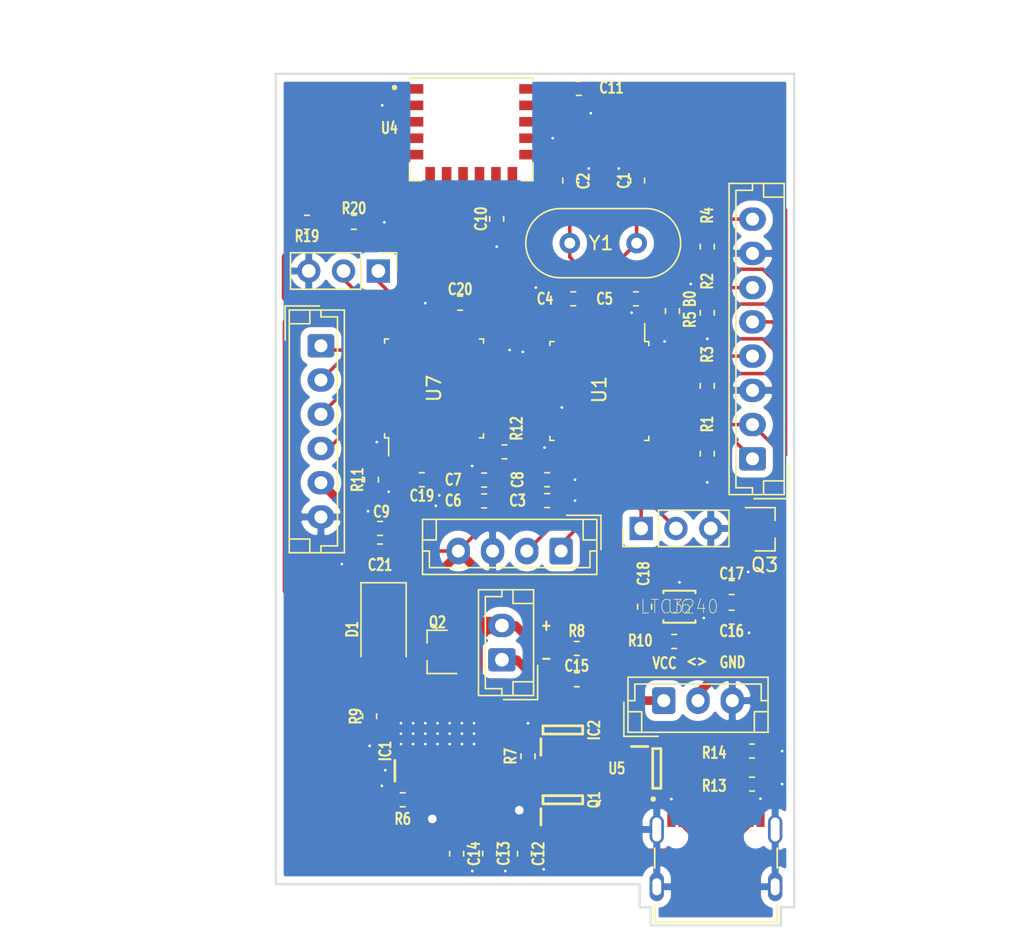
<source format=kicad_pcb>
(kicad_pcb (version 20171130) (host pcbnew "(5.1.6)-1")
  (title_block (title "EncoderBoard Schematic") (rev v1.0) (company "Developed by Paul Max Avalos Aguilar"))
  (layers (0 F.Cu signal) (31 B.Cu signal) (34 B.Paste user) (35 F.Paste user) (36 B.SilkS user) (37 F.SilkS user) (38 B.Mask user) (39 F.Mask user) (44 Edge.Cuts user))
  (net 0 "")
  (net 1 GND)
  (net 2 +3V3)
  (net 3 /SWCLK)
  (net 4 /SWDIO)
  (net 5 "Net-(D1-Pad1)")
  (net 6 "Net-(IC2-Pad2)")
  (net 7 /EncEnable)
  (net 8 "Net-(IC1-Pad2)")
  (net 9 "Net-(C1-Pad2)")
  (net 10 Batt-)
  (net 11 "Net-(C2-Pad2)")
  (net 12 "Net-(C4-Pad1)")
  (net 13 "Net-(C15-Pad1)")
  (net 14 "Net-(C16-Pad2)")
  (net 15 "Net-(C18-Pad1)")
  (net 16 "Net-(C18-Pad2)")
  (net 17 Batt+)
  (net 18 "Net-(IC2-Pad1)")
  (net 19 "Net-(IC2-Pad3)")
  (net 20 /I2C2SCL)
  (net 21 /I2C2SDA)
  (net 22 "Net-(R5-Pad1)")
  (net 23 "Net-(R10-Pad2)")
  (net 24 /BLERX)
  (net 25 /BLETX)
  (net 26 "Net-(R19-Pad2)")
  (net 27 VCC)
  (net 28 "Net-(IC1-Pad7)")
  (net 29 "Net-(IC1-Pad6)")
  (net 30 "Net-(IC2-Pad4)")
  (net 31 "Net-(Q1-Pad5)")
  (net 32 "Net-(Q1-Pad2)")
  (net 33 "Net-(U1-Pad22)")
  (net 34 "Net-(U4-Pad11)")
  (net 35 "Net-(U4-Pad9)")
  (net 36 "Net-(U4-Pad6)")
  (net 37 "Net-(U4-Pad15)")
  (net 38 "Net-(U4-Pad12)")
  (net 39 "Net-(U4-Pad1)")
  (net 40 "Net-(U4-Pad3)")
  (net 41 "Net-(U4-Pad4)")
  (net 42 "Net-(U4-Pad5)")
  (net 43 "Net-(U5-Pad6)")
  (net 44 "Net-(U5-Pad4)")
  (net 45 "Net-(U5-Pad3)")
  (net 46 "Net-(U5-Pad1)")
  (net 47 "Net-(C19-Pad1)")
  (net 48 "Net-(R11-Pad1)")
  (net 49 "Net-(U7-Pad2)")
  (net 50 "Net-(U7-Pad3)")
  (net 51 "Net-(U7-Pad5)")
  (net 52 "Net-(U7-Pad6)")
  (net 53 "Net-(U7-Pad7)")
  (net 54 "Net-(U7-Pad15)")
  (net 55 "Net-(U7-Pad18)")
  (net 56 "Net-(U7-Pad19)")
  (net 57 "Net-(U7-Pad20)")
  (net 58 "Net-(U7-Pad21)")
  (net 59 "Net-(U7-Pad22)")
  (net 60 "Net-(U7-Pad29)")
  (net 61 "Net-(U7-Pad30)")
  (net 62 /Sens_SWDIO)
  (net 63 /Sens_SWCLK)
  (net 64 /SPI1NSS)
  (net 65 /SPI1SCK)
  (net 66 /SPI1MISO)
  (net 67 "Net-(U1-Pad29)")
  (net 68 "Net-(U1-Pad20)")
  (net 69 /Sens_SPI3NSS)
  (net 70 /Sens_SPI3SCK)
  (net 71 /Sens_SPI3MISO)
  (net 72 /Sens_SPI3MOSI)
  (net 73 "/E-(b)")
  (net 74 "/E+(a)")
  (net 75 "/D+(b)")
  (net 76 "/E-(a)")
  (net 77 "/D+(a)")
  (net 78 "Net-(U1-Pad6)")
  (net 79 "Net-(U1-Pad5)")
  (net 80 "Net-(U7-Pad13)")
  (net 81 "Net-(U7-Pad11)")
  (net 82 /Data)
  (net 83 "Net-(U1-Pad12)")
  (net 84 /Sens_SPI1MOSI)
  (net 85 "Net-(J3-PadA6)")
  (net 86 "Net-(J3-PadB7)")
  (net 87 "Net-(J3-PadA5)")
  (net 88 "Net-(J3-PadB8)")
  (net 89 "Net-(J3-PadA7)")
  (net 90 "Net-(J3-PadB6)")
  (net 91 "Net-(J3-PadA8)")
  (net 92 "Net-(J3-PadB5)")
  (module Encoder:C_0603_1608Metric_Pad1.05x0.95mm_HandSolder (layer F.Cu) (at 117.348 145.0848 270)
    (fp_text reference C14 (at 0 -1.27 90) (layer F.SilkS) (effects (font (size 0.8128 0.6096) (thickness 0.1524))))
    (fp_text value 10uF)
    (pad 2 smd roundrect (at 0.875 0 270) (size 1.05 0.95) (layers F.Cu F.Paste F.Mask) (net 1 GND))
    (pad 1 smd roundrect (at -0.875 0 270) (size 1.05 0.95) (layers F.Cu F.Paste F.Mask) (net 27 VCC))
  )
  (module Encoder:PinHeader_1x03_P2.54mm_Vertical (layer F.Cu) (at 130.81 121.3358 90)
    (fp_text reference J2)
    (fp_text value SWD)
    (pad 3 thru_hole oval (at 0 5.08 90) (size 1.7 1.7) (drill 1) (layers *.Cu *.Mask) (net 1 GND))
    (pad 2 thru_hole oval (at 0 2.54 90) (size 1.7 1.7) (drill 1) (layers *.Cu *.Mask) (net 3 /SWCLK))
    (pad 1 thru_hole rect (at 0 0 90) (size 1.7 1.7) (drill 1) (layers *.Cu *.Mask) (net 4 /SWDIO))
  )
  (module Connector_JST:JST_EH_B4B-EH-A_1x04_P2.50mm_Vertical (layer F.Cu) (at 124.968 122.9868 180)
    (fp_text reference J7)
    (fp_text value I2C)
    (pad 4 thru_hole oval (at 7.5 0 180) (size 1.7 1.95) (drill 0.95) (layers *.Cu *.Mask) (net 2 +3V3))
    (pad 3 thru_hole oval (at 5 0 180) (size 1.7 1.95) (drill 0.95) (layers *.Cu *.Mask) (net 1 GND))
    (pad 2 thru_hole oval (at 2.5 0 180) (size 1.7 1.95) (drill 0.95) (layers *.Cu *.Mask) (net 21 /I2C2SDA))
    (pad 1 thru_hole roundrect (at 0 0 180) (size 1.7 1.95) (drill 0.95) (layers *.Cu *.Mask) (roundrect_rratio 0.147059) (net 20 /I2C2SCL))
  )
  (module Connector_JST:JST_EH_B8B-EH-A_1x08_P2.50mm_Vertical (layer F.Cu) (at 138.938 116.2558 90)
    (fp_text reference J8)
    (fp_text value "Opto Sensors")
    (pad 8 thru_hole oval (at 17.5 0 90) (size 1.7 1.95) (drill 0.95) (layers *.Cu *.Mask) (net 77 "/D+(a)"))
    (pad 7 thru_hole oval (at 15 0 90) (size 1.7 1.95) (drill 0.95) (layers *.Cu *.Mask) (net 1 GND))
    (pad 6 thru_hole oval (at 12.5 0 90) (size 1.7 1.95) (drill 0.95) (layers *.Cu *.Mask) (net 76 "/E-(a)"))
    (pad 5 thru_hole oval (at 10 0 90) (size 1.7 1.95) (drill 0.95) (layers *.Cu *.Mask) (net 74 "/E+(a)"))
    (pad 4 thru_hole oval (at 7.5 0 90) (size 1.7 1.95) (drill 0.95) (layers *.Cu *.Mask) (net 75 "/D+(b)"))
    (pad 3 thru_hole oval (at 5 0 90) (size 1.7 1.95) (drill 0.95) (layers *.Cu *.Mask) (net 1 GND))
    (pad 2 thru_hole oval (at 2.5 0 90) (size 1.7 1.95) (drill 0.95) (layers *.Cu *.Mask) (net 74 "/E+(a)"))
    (pad 1 thru_hole roundrect (at 0 0 90) (size 1.7 1.95) (drill 0.95) (layers *.Cu *.Mask) (roundrect_rratio 0.147059) (net 73 "/E-(b)"))
  )
  (module Encoder:C_0603_1608Metric_Pad1.05x0.95mm_HandSolder (layer F.Cu) (at 125.857 104.5718 180)
    (fp_text reference C4 (at 2.0574 0) (layer F.SilkS) (effects (font (size 0.8128 0.6096) (thickness 0.1524))))
    (fp_text value 100nF)
    (pad 2 smd roundrect (at 0.875 0 180) (size 1.05 0.95) (layers F.Cu F.Paste F.Mask) (net 1 GND))
    (pad 1 smd roundrect (at -0.875 0 180) (size 1.05 0.95) (layers F.Cu F.Paste F.Mask) (net 12 "Net-(C4-Pad1)"))
  )
  (module Encoder:C_0603_1608Metric_Pad1.05x0.95mm_HandSolder (layer F.Cu) (at 130.429 104.5718 180)
    (fp_text reference C5 (at 2.286 0) (layer F.SilkS) (effects (font (size 0.8128 0.6096) (thickness 0.1524))))
    (fp_text value 100nF)
    (pad 2 smd roundrect (at 0.875 0 180) (size 1.05 0.95) (layers F.Cu F.Paste F.Mask) (net 1 GND))
    (pad 1 smd roundrect (at -0.875 0 180) (size 1.05 0.95) (layers F.Cu F.Paste F.Mask) (net 2 +3V3))
  )
  (module Encoder:C_0603_1608Metric_Pad1.05x0.95mm_HandSolder (layer F.Cu) (at 125.603 95.9358 270)
    (fp_text reference C2 (at 0.035921 -1.016 90) (layer F.SilkS) (effects (font (size 0.8128 0.6096) (thickness 0.1524))))
    (fp_text value 12pF)
    (pad 2 smd roundrect (at 0.875 0 270) (size 1.05 0.95) (layers F.Cu F.Paste F.Mask) (net 11 "Net-(C2-Pad2)"))
    (pad 1 smd roundrect (at -0.875 0 270) (size 1.05 0.95) (layers F.Cu F.Paste F.Mask) (net 1 GND))
  )
  (module Package_QFP:LQFP-32_7x7mm_P0.8mm (layer F.Cu) (at 127.762 111.3028 270)
    (fp_text reference U1 (at -0.1016 0 90) (layer F.SilkS))
    (fp_text value STM32G431KBT6)
    (pad 32 smd roundrect (at -2.8 -4.175 270) (size 0.5 1.5) (layers F.Cu F.Paste F.Mask) (net 1 GND))
    (pad 31 smd roundrect (at -2 -4.175 270) (size 0.5 1.5) (layers F.Cu F.Paste F.Mask) (net 22 "Net-(R5-Pad1)"))
    (pad 30 smd roundrect (at -1.2 -4.175 270) (size 0.5 1.5) (layers F.Cu F.Paste F.Mask) (net 75 "/D+(b)"))
    (pad 29 smd roundrect (at -0.4 -4.175 270) (size 0.5 1.5) (layers F.Cu F.Paste F.Mask) (net 67 "Net-(U1-Pad29)"))
    (pad 28 smd roundrect (at 0.4 -4.175 270) (size 0.5 1.5) (layers F.Cu F.Paste F.Mask) (net 77 "/D+(a)"))
    (pad 27 smd roundrect (at 1.2 -4.175 270) (size 0.5 1.5) (layers F.Cu F.Paste F.Mask) (net 7 /EncEnable))
    (pad 26 smd roundrect (at 2 -4.175 270) (size 0.5 1.5) (layers F.Cu F.Paste F.Mask) (net 77 "/D+(a)"))
    (pad 25 smd roundrect (at 2.8 -4.175 270) (size 0.5 1.5) (layers F.Cu F.Paste F.Mask) (net 75 "/D+(b)"))
    (pad 24 smd roundrect (at 4.175 -2.8 270) (size 1.5 0.5) (layers F.Cu F.Paste F.Mask) (net 3 /SWCLK))
    (pad 23 smd roundrect (at 4.175 -2 270) (size 1.5 0.5) (layers F.Cu F.Paste F.Mask) (net 4 /SWDIO))
    (pad 22 smd roundrect (at 4.175 -1.2 270) (size 1.5 0.5) (layers F.Cu F.Paste F.Mask) (net 33 "Net-(U1-Pad22)"))
    (pad 21 smd roundrect (at 4.175 -0.4 270) (size 1.5 0.5) (layers F.Cu F.Paste F.Mask) (net 27 VCC))
    (pad 20 smd roundrect (at 4.175 0.4 270) (size 1.5 0.5) (layers F.Cu F.Paste F.Mask) (net 68 "Net-(U1-Pad20)"))
    (pad 19 smd roundrect (at 4.175 1.2 270) (size 1.5 0.5) (layers F.Cu F.Paste F.Mask) (net 20 /I2C2SCL))
    (pad 18 smd roundrect (at 4.175 2 270) (size 1.5 0.5) (layers F.Cu F.Paste F.Mask) (net 21 /I2C2SDA))
    (pad 17 smd roundrect (at 4.175 2.8 270) (size 1.5 0.5) (layers F.Cu F.Paste F.Mask) (net 2 +3V3))
    (pad 16 smd roundrect (at 2.8 4.175 270) (size 0.5 1.5) (layers F.Cu F.Paste F.Mask) (net 1 GND))
    (pad 15 smd roundrect (at 2 4.175 270) (size 0.5 1.5) (layers F.Cu F.Paste F.Mask) (net 2 +3V3))
    (pad 14 smd roundrect (at 1.2 4.175 270) (size 0.5 1.5) (layers F.Cu F.Paste F.Mask) (net 1 GND))
    (pad 13 smd roundrect (at 0.4 4.175 270) (size 0.5 1.5) (layers F.Cu F.Paste F.Mask) (net 82 /Data))
    (pad 12 smd roundrect (at -0.4 4.175 270) (size 0.5 1.5) (layers F.Cu F.Paste F.Mask) (net 83 "Net-(U1-Pad12)"))
    (pad 11 smd roundrect (at -1.2 4.175 270) (size 0.5 1.5) (layers F.Cu F.Paste F.Mask) (net 66 /SPI1MISO))
    (pad 10 smd roundrect (at -2 4.175 270) (size 0.5 1.5) (layers F.Cu F.Paste F.Mask) (net 65 /SPI1SCK))
    (pad 9 smd roundrect (at -2.8 4.175 270) (size 0.5 1.5) (layers F.Cu F.Paste F.Mask) (net 26 "Net-(R19-Pad2)"))
    (pad 8 smd roundrect (at -4.175 2.8 270) (size 1.5 0.5) (layers F.Cu F.Paste F.Mask) (net 24 /BLERX))
    (pad 7 smd roundrect (at -4.175 2 270) (size 1.5 0.5) (layers F.Cu F.Paste F.Mask) (net 25 /BLETX))
    (pad 6 smd roundrect (at -4.175 1.2 270) (size 1.5 0.5) (layers F.Cu F.Paste F.Mask) (net 78 "Net-(U1-Pad6)"))
    (pad 5 smd roundrect (at -4.175 0.4 270) (size 1.5 0.5) (layers F.Cu F.Paste F.Mask) (net 79 "Net-(U1-Pad5)"))
    (pad 4 smd roundrect (at -4.175 -0.4 270) (size 1.5 0.5) (layers F.Cu F.Paste F.Mask) (net 12 "Net-(C4-Pad1)"))
    (pad 3 smd roundrect (at -4.175 -1.2 270) (size 1.5 0.5) (layers F.Cu F.Paste F.Mask) (net 11 "Net-(C2-Pad2)"))
    (pad 2 smd roundrect (at -4.175 -2 270) (size 1.5 0.5) (layers F.Cu F.Paste F.Mask) (net 9 "Net-(C1-Pad2)"))
    (pad 1 smd roundrect (at -4.175 -2.8 270) (size 1.5 0.5) (layers F.Cu F.Paste F.Mask) (net 2 +3V3))
  )
  (module Encoder:C_0603_1608Metric_Pad1.05x0.95mm_HandSolder (layer F.Cu) (at 119.3546 119.3292 180)
    (fp_text reference C6 (at 2.2606 0.0254) (layer F.SilkS) (effects (font (size 0.8128 0.6096) (thickness 0.1524))))
    (fp_text value 1uF)
    (pad 2 smd roundrect (at 0.875 0 180) (size 1.05 0.95) (layers F.Cu F.Paste F.Mask) (net 1 GND))
    (pad 1 smd roundrect (at -0.875 0 180) (size 1.05 0.95) (layers F.Cu F.Paste F.Mask) (net 2 +3V3))
  )
  (module Encoder:C_0603_1608Metric_Pad1.05x0.95mm_HandSolder (layer F.Cu) (at 123.952 117.7798)
    (fp_text reference C8 (at -2.159 0 -90) (layer F.SilkS) (effects (font (size 0.8128 0.6096) (thickness 0.1524))))
    (fp_text value 100nF)
    (pad 2 smd roundrect (at 0.875 0) (size 1.05 0.95) (layers F.Cu F.Paste F.Mask) (net 1 GND))
    (pad 1 smd roundrect (at -0.875 0) (size 1.05 0.95) (layers F.Cu F.Paste F.Mask) (net 2 +3V3))
  )
  (module Encoder:Crystal_HC49-U_Vertical (layer F.Cu) (at 125.603 100.5078)
    (fp_text reference Y1 (at 2.286 0) (layer F.SilkS))
    (fp_text value 8Mhz)
    (pad 2 thru_hole circle (at 4.88 0) (size 1.5 1.5) (drill 0.8) (layers *.Cu *.Mask) (net 9 "Net-(C1-Pad2)"))
    (pad 1 thru_hole circle (at 0 0) (size 1.5 1.5) (drill 0.8) (layers *.Cu *.Mask) (net 11 "Net-(C2-Pad2)"))
  )
  (module Encoder:R_0603_1608Metric_Pad1.05x0.95mm_HandSolder (layer F.Cu) (at 133.096 105.4608 90)
    (fp_text reference R5 (at -0.635 1.27 90) (layer F.SilkS) (effects (font (size 0.8128 0.6096) (thickness 0.1524))))
    (fp_text value 10K)
    (pad 2 smd roundrect (at 0.875 0 90) (size 1.05 0.95) (layers F.Cu F.Paste F.Mask) (net 1 GND))
    (pad 1 smd roundrect (at -0.875 0 90) (size 1.05 0.95) (layers F.Cu F.Paste F.Mask) (net 22 "Net-(R5-Pad1)"))
  )
  (module Encoder:R_0603_1608Metric_Pad1.05x0.95mm_HandSolder (layer F.Cu) (at 135.636 110.9218 90)
    (fp_text reference R3 (at 2.286 0 90) (layer F.SilkS) (effects (font (size 0.8128 0.6096) (thickness 0.1524))))
    (fp_text value 1.2K)
    (pad 2 smd roundrect (at 0.875 0 90) (size 1.05 0.95) (layers F.Cu F.Paste F.Mask) (net 75 "/D+(b)"))
    (pad 1 smd roundrect (at -0.875 0 90) (size 1.05 0.95) (layers F.Cu F.Paste F.Mask) (net 74 "/E+(a)"))
  )
  (module Encoder:R_0603_1608Metric_Pad1.05x0.95mm_HandSolder (layer F.Cu) (at 135.636 115.8748 270)
    (fp_text reference R1 (at -2.159 0 90) (layer F.SilkS) (effects (font (size 0.8128 0.6096) (thickness 0.1524))))
    (fp_text value 560)
    (pad 2 smd roundrect (at 0.875 0 270) (size 1.05 0.95) (layers F.Cu F.Paste F.Mask) (net 1 GND))
    (pad 1 smd roundrect (at -0.875 0 270) (size 1.05 0.95) (layers F.Cu F.Paste F.Mask) (net 73 "/E-(b)"))
  )
  (module Encoder:R_0603_1608Metric_Pad1.05x0.95mm_HandSolder (layer F.Cu) (at 135.636 100.7618 90)
    (fp_text reference R4 (at 2.286 0 90) (layer F.SilkS) (effects (font (size 0.8128 0.6096) (thickness 0.1524))))
    (fp_text value 1.2K)
    (pad 2 smd roundrect (at 0.875 0 90) (size 1.05 0.95) (layers F.Cu F.Paste F.Mask) (net 77 "/D+(a)"))
    (pad 1 smd roundrect (at -0.875 0 90) (size 1.05 0.95) (layers F.Cu F.Paste F.Mask) (net 74 "/E+(a)"))
  )
  (module Encoder:C_0603_1608Metric_Pad1.05x0.95mm_HandSolder (layer F.Cu) (at 130.556 95.9358 270)
    (fp_text reference C1 (at 0 1.005789 90) (layer F.SilkS) (effects (font (size 0.8128 0.6096) (thickness 0.1524))))
    (fp_text value 12pF)
    (pad 2 smd roundrect (at 0.875 0 270) (size 1.05 0.95) (layers F.Cu F.Paste F.Mask) (net 9 "Net-(C1-Pad2)"))
    (pad 1 smd roundrect (at -0.875 0 270) (size 1.05 0.95) (layers F.Cu F.Paste F.Mask) (net 1 GND))
  )
  (module Encoder:C_0603_1608Metric_Pad1.05x0.95mm_HandSolder (layer F.Cu) (at 123.952 119.3038)
    (fp_text reference C3 (at -2.159 0) (layer F.SilkS) (effects (font (size 0.8128 0.6096) (thickness 0.1524))))
    (fp_text value 4.7uF)
    (pad 2 smd roundrect (at 0.875 0) (size 1.05 0.95) (layers F.Cu F.Paste F.Mask) (net 1 GND))
    (pad 1 smd roundrect (at -0.875 0) (size 1.05 0.95) (layers F.Cu F.Paste F.Mask) (net 2 +3V3))
  )
  (module Encoder:R_0603_1608Metric_Pad1.05x0.95mm_HandSolder (layer F.Cu) (at 135.636 105.5878 270)
    (fp_text reference R2 (at -2.3 0 90) (layer F.SilkS) (effects (font (size 0.8128 0.6096) (thickness 0.1524))))
    (fp_text value 560)
    (pad 2 smd roundrect (at 0.875 0 270) (size 1.05 0.95) (layers F.Cu F.Paste F.Mask) (net 1 GND))
    (pad 1 smd roundrect (at -0.875 0 270) (size 1.05 0.95) (layers F.Cu F.Paste F.Mask) (net 76 "/E-(a)"))
  )
  (module Encoder:C_0603_1608Metric_Pad1.05x0.95mm_HandSolder (layer F.Cu) (at 126.2634 89.2048)
    (fp_text reference C11 (at 2.3876 -0.0508) (layer F.SilkS) (effects (font (size 0.8128 0.6096) (thickness 0.1524))))
    (fp_text value 10uF)
    (pad 2 smd roundrect (at 0.875 0) (size 1.05 0.95) (layers F.Cu F.Paste F.Mask) (net 1 GND))
    (pad 1 smd roundrect (at -0.875 0) (size 1.05 0.95) (layers F.Cu F.Paste F.Mask) (net 2 +3V3))
  )
  (module Encoder:C_0603_1608Metric_Pad1.05x0.95mm_HandSolder (layer F.Cu) (at 120.269 98.7298 270)
    (fp_text reference C10 (at 0 1.143 90) (layer F.SilkS) (effects (font (size 0.8128 0.6096) (thickness 0.1524))))
    (fp_text value 1uF)
    (pad 2 smd roundrect (at 0.875 0 270) (size 1.05 0.95) (layers F.Cu F.Paste F.Mask) (net 1 GND))
    (pad 1 smd roundrect (at -0.875 0 270) (size 1.05 0.95) (layers F.Cu F.Paste F.Mask) (net 2 +3V3))
  )
  (module Encoder:Bluetooth_Module_RN4871 (layer F.Cu) (at 118.4148 90.1954)
    (fp_text reference U4 (at -5.969 1.905 180) (layer F.SilkS) (effects (font (size 0.8128 0.6096) (thickness 0.1524))))
    (fp_text value RN4871)
    (pad 11 smd rect (at 3 5.5) (size 0.7 1.5) (layers F.Cu F.Paste F.Mask) (net 34 "Net-(U4-Pad11)"))
    (pad 10 smd rect (at 1.8 5.5) (size 0.7 1.5) (layers F.Cu F.Paste F.Mask) (net 2 +3V3))
    (pad 9 smd rect (at 0.6 5.5) (size 0.7 1.5) (layers F.Cu F.Paste F.Mask) (net 35 "Net-(U4-Pad9)"))
    (pad 8 smd rect (at -0.6 5.5) (size 0.7 1.5) (layers F.Cu F.Paste F.Mask) (net 25 /BLETX))
    (pad 7 smd rect (at -1.8 5.5) (size 0.7 1.5) (layers F.Cu F.Paste F.Mask) (net 24 /BLERX))
    (pad 6 smd rect (at -3 5.5) (size 0.7 1.5) (layers F.Cu F.Paste F.Mask) (net 36 "Net-(U4-Pad6)"))
    (pad 16 smd rect (at 4.25 -0.95) (size 1.5 0.7) (layers F.Cu F.Paste F.Mask) (net 2 +3V3))
    (pad 15 smd rect (at 4.25 0.25) (size 1.5 0.7) (layers F.Cu F.Paste F.Mask) (net 37 "Net-(U4-Pad15)"))
    (pad 14 smd rect (at 4.25 1.45) (size 1.5 0.7) (layers F.Cu F.Paste F.Mask) (net 2 +3V3))
    (pad 13 smd rect (at 4.25 2.65) (size 1.5 0.7) (layers F.Cu F.Paste F.Mask) (net 1 GND))
    (pad 12 smd rect (at 4.25 3.85) (size 1.5 0.7) (layers F.Cu F.Paste F.Mask) (net 38 "Net-(U4-Pad12)"))
    (pad 1 smd rect (at -4.25 -0.95) (size 1.5 0.7) (layers F.Cu F.Paste F.Mask) (net 39 "Net-(U4-Pad1)"))
    (pad 2 smd rect (at -4.25 0.25) (size 1.5 0.7) (layers F.Cu F.Paste F.Mask) (net 1 GND))
    (pad 3 smd rect (at -4.25 1.45) (size 1.5 0.7) (layers F.Cu F.Paste F.Mask) (net 40 "Net-(U4-Pad3)"))
    (pad 4 smd rect (at -4.25 2.65) (size 1.5 0.7) (layers F.Cu F.Paste F.Mask) (net 41 "Net-(U4-Pad4)"))
    (pad 5 smd rect (at -4.25 3.85) (size 1.5 0.7) (layers F.Cu F.Paste F.Mask) (net 42 "Net-(U4-Pad5)"))
  )
  (module Encoder:C_0603_1608Metric_Pad1.05x0.95mm_HandSolder (layer F.Cu) (at 137.414 125.6538)
    (fp_text reference C17 (at 0 -1.016) (layer F.SilkS) (effects (font (size 0.8128 0.6096) (thickness 0.1524))))
    (fp_text value 4.7uF)
    (pad 2 smd roundrect (at 0.875 0) (size 1.05 0.95) (layers F.Cu F.Paste F.Mask) (net 1 GND))
    (pad 1 smd roundrect (at -0.875 0) (size 1.05 0.95) (layers F.Cu F.Paste F.Mask) (net 2 +3V3))
  )
  (module Encoder:C_0603_1608Metric_Pad1.05x0.95mm_HandSolder (layer F.Cu) (at 131.064 127.0508 90)
    (fp_text reference C18 (at 2.413 -0.0762 90) (layer F.SilkS) (effects (font (size 0.8128 0.6096) (thickness 0.1524))))
    (fp_text value 1uF)
    (pad 2 smd roundrect (at 0.875 0 90) (size 1.05 0.95) (layers F.Cu F.Paste F.Mask) (net 16 "Net-(C18-Pad2)"))
    (pad 1 smd roundrect (at -0.875 0 90) (size 1.05 0.95) (layers F.Cu F.Paste F.Mask) (net 15 "Net-(C18-Pad1)"))
  )
  (module Encoder:C_0603_1608Metric_Pad1.05x0.95mm_HandSolder (layer F.Cu) (at 137.414 127.8128 180)
    (fp_text reference C16 (at 0 -1.016) (layer F.SilkS) (effects (font (size 0.8128 0.6096) (thickness 0.1524))))
    (fp_text value 1uF)
    (pad 2 smd roundrect (at 0.875 0 180) (size 1.05 0.95) (layers F.Cu F.Paste F.Mask) (net 14 "Net-(C16-Pad2)"))
    (pad 1 smd roundrect (at -0.875 0 180) (size 1.05 0.95) (layers F.Cu F.Paste F.Mask) (net 1 GND))
  )
  (module Encoder:R_0603_1608Metric_Pad1.05x0.95mm_HandSolder (layer F.Cu) (at 133.223 129.5908 180)
    (fp_text reference R10 (at 2.4765 0.0635) (layer F.SilkS) (effects (font (size 0.8128 0.6096) (thickness 0.1524))))
    (fp_text value 10K)
    (pad 2 smd roundrect (at 0.875 0 180) (size 1.05 0.95) (layers F.Cu F.Paste F.Mask) (net 23 "Net-(R10-Pad2)"))
    (pad 1 smd roundrect (at -0.875 0 180) (size 1.05 0.95) (layers F.Cu F.Paste F.Mask) (net 14 "Net-(C16-Pad2)"))
  )
  (module Encoder:DFN-6_DC (layer F.Cu) (at 133.604 127.0508 180)
    (fp_text reference U6 (at 0 0) (layer F.SilkS) (effects (font (size 1 0.9) (thickness 0.05))))
    (fp_text value LTC3240 (at 0 0) (layer F.SilkS) (effects (font (size 1 0.9) (thickness 0.05))))
    (pad 7 smd rect (at 0 0 180) (size 0.61 1.42) (layers F.Cu F.Paste F.Mask) (net 1 GND))
    (pad 6 smd rect (at 0.9524 -0.5 180) (size 0.8048 0.3) (layers F.Cu F.Paste F.Mask) (net 23 "Net-(R10-Pad2)"))
    (pad 5 smd rect (at 0.9524 0 180) (size 0.8048 0.3) (layers F.Cu F.Paste F.Mask) (net 15 "Net-(C18-Pad1)"))
    (pad 4 smd rect (at 0.9524 0.5 180) (size 0.8048 0.3) (layers F.Cu F.Paste F.Mask) (net 16 "Net-(C18-Pad2)"))
    (pad 3 smd rect (at -0.9524 0.5 180) (size 0.8048 0.3) (layers F.Cu F.Paste F.Mask) (net 2 +3V3))
    (pad 2 smd rect (at -0.9524 0 180) (size 0.8048 0.3) (layers F.Cu F.Paste F.Mask) (net 14 "Net-(C16-Pad2)"))
    (pad 1 smd rect (at -0.9524 -0.5 180) (size 0.8048 0.3) (layers F.Cu F.Paste F.Mask) (net 1 GND))
  )
  (module Encoder:C_0603_1608Metric_Pad1.05x0.95mm_HandSolder (layer F.Cu) (at 122.301 145.0848 270)
    (fp_text reference C12 (at 0 -1.016 90) (layer F.SilkS) (effects (font (size 0.8128 0.6096) (thickness 0.1524))))
    (fp_text value 1uF)
    (pad 2 smd roundrect (at 0.875 0 270) (size 1.05 0.95) (layers F.Cu F.Paste F.Mask) (net 1 GND))
    (pad 1 smd roundrect (at -0.875 0 270) (size 1.05 0.95) (layers F.Cu F.Paste F.Mask) (net 27 VCC))
  )
  (module Encoder:C_0603_1608Metric_Pad1.05x0.95mm_HandSolder (layer F.Cu) (at 119.761 145.0708 270)
    (fp_text reference C13 (at 0 -1.016 90) (layer F.SilkS) (effects (font (size 0.8128 0.6096) (thickness 0.1524))))
    (fp_text value 1uF)
    (pad 2 smd roundrect (at 0.875 0 270) (size 1.05 0.95) (layers F.Cu F.Paste F.Mask) (net 1 GND))
    (pad 1 smd roundrect (at -0.875 0 270) (size 1.05 0.95) (layers F.Cu F.Paste F.Mask) (net 27 VCC))
  )
  (module Encoder:C_0603_1608Metric_Pad1.05x0.95mm_HandSolder (layer F.Cu) (at 126.111 132.3848 180)
    (fp_text reference C15 (at 0 1.016) (layer F.SilkS) (effects (font (size 0.8128 0.6096) (thickness 0.1524))))
    (fp_text value 100nF)
    (pad 2 smd roundrect (at 0.875 0 180) (size 1.05 0.95) (layers F.Cu F.Paste F.Mask) (net 10 Batt-))
    (pad 1 smd roundrect (at -0.875 0 180) (size 1.05 0.95) (layers F.Cu F.Paste F.Mask) (net 13 "Net-(C15-Pad1)"))
  )
  (module Encoder:D_SMA (layer F.Cu) (at 112.014 128.7018 270)
    (fp_text reference D1 (at 0 2.286 90) (layer F.SilkS) (effects (font (size 0.8128 0.6096) (thickness 0.1524))))
    (fp_text value D)
    (pad 2 smd rect (at 2 0 270) (size 2.5 1.8) (layers F.Cu F.Paste F.Mask) (net 27 VCC))
    (pad 1 smd rect (at -2 0 270) (size 2.5 1.8) (layers F.Cu F.Paste F.Mask) (net 5 "Net-(D1-Pad1)"))
  )
  (module "Encoder:Sop(8)" (layer F.Cu) (at 115.443 136.3218 90)
    (fp_text reference IC1 (at -1.27 -3.302 90) (layer F.SilkS) (effects (font (size 0.8128 0.6096) (thickness 0.1524))))
    (fp_text value TP4056 hide)
    (pad 9 smd rect (at 0 0 90) (size 2.513 3.402) (layers F.Cu F.Paste F.Mask) (net 1 GND))
    (pad 8 smd rect (at 2.712 -1.905 180) (size 0.7 1.525) (layers F.Cu F.Paste F.Mask) (net 27 VCC))
    (pad 7 smd rect (at 2.712 -0.635 180) (size 0.7 1.525) (layers F.Cu F.Paste F.Mask) (net 28 "Net-(IC1-Pad7)"))
    (pad 6 smd rect (at 2.712 0.635 180) (size 0.7 1.525) (layers F.Cu F.Paste F.Mask) (net 29 "Net-(IC1-Pad6)"))
    (pad 5 smd rect (at 2.712 1.905 180) (size 0.7 1.525) (layers F.Cu F.Paste F.Mask) (net 17 Batt+))
    (pad 4 smd rect (at -2.712 1.905 180) (size 0.7 1.525) (layers F.Cu F.Paste F.Mask) (net 27 VCC))
    (pad 3 smd rect (at -2.712 0.635 180) (size 0.7 1.525) (layers F.Cu F.Paste F.Mask) (net 1 GND))
    (pad 2 smd rect (at -2.712 -0.635 180) (size 0.7 1.525) (layers F.Cu F.Paste F.Mask) (net 8 "Net-(IC1-Pad2)"))
    (pad 1 smd rect (at -2.712 -1.905 180) (size 0.7 1.525) (layers F.Cu F.Paste F.Mask) (net 1 GND))
  )
  (module "Encoder:Sot-23(6)" (layer F.Cu) (at 125.095 136.0478 90)
    (fp_text reference IC2 (at -0.02 2.286 90) (layer F.SilkS) (effects (font (size 0.8128 0.6096) (thickness 0.1524))))
    (fp_text value DW01+G hide)
    (pad 6 smd rect (at 1.25 -0.95 180) (size 0.6 1.2) (layers F.Cu F.Paste F.Mask) (net 10 Batt-))
    (pad 5 smd rect (at 1.25 0 180) (size 0.6 1.2) (layers F.Cu F.Paste F.Mask) (net 13 "Net-(C15-Pad1)"))
    (pad 4 smd rect (at 1.25 0.95 180) (size 0.6 1.2) (layers F.Cu F.Paste F.Mask) (net 30 "Net-(IC2-Pad4)"))
    (pad 3 smd rect (at -1.25 0.95 180) (size 0.6 1.2) (layers F.Cu F.Paste F.Mask) (net 19 "Net-(IC2-Pad3)"))
    (pad 2 smd rect (at -1.25 0 180) (size 0.6 1.2) (layers F.Cu F.Paste F.Mask) (net 6 "Net-(IC2-Pad2)"))
    (pad 1 smd rect (at -1.25 -0.95 180) (size 0.6 1.2) (layers F.Cu F.Paste F.Mask) (net 18 "Net-(IC2-Pad1)"))
  )
  (module Encoder:SOT-23 (layer F.Cu) (at 115.951 130.3528 180)
    (fp_text reference Q2 (at 0 2.159) (layer F.SilkS) (effects (font (size 0.8128 0.6096) (thickness 0.1524))))
    (fp_text value Q_PMOS_GSD)
    (pad 3 smd rect (at 1 0 180) (size 0.9 0.8) (layers F.Cu F.Paste F.Mask) (net 17 Batt+))
    (pad 2 smd rect (at -1 0.95 180) (size 0.9 0.8) (layers F.Cu F.Paste F.Mask) (net 5 "Net-(D1-Pad1)"))
    (pad 1 smd rect (at -1 -0.95 180) (size 0.9 0.8) (layers F.Cu F.Paste F.Mask) (net 27 VCC))
  )
  (module Encoder:R_0603_1608Metric_Pad1.05x0.95mm_HandSolder (layer F.Cu) (at 113.411 141.1478 180)
    (fp_text reference R6 (at 0 -1.397) (layer F.SilkS) (effects (font (size 0.8128 0.6096) (thickness 0.1524))))
    (fp_text value 1.5K)
    (pad 2 smd roundrect (at 0.875 0 180) (size 1.05 0.95) (layers F.Cu F.Paste F.Mask) (net 1 GND))
    (pad 1 smd roundrect (at -0.875 0 180) (size 1.05 0.95) (layers F.Cu F.Paste F.Mask) (net 8 "Net-(IC1-Pad2)"))
  )
  (module Encoder:R_0603_1608Metric_Pad1.05x0.95mm_HandSolder (layer F.Cu) (at 122.555 137.9728 90)
    (fp_text reference R7 (at 0 -1.27 90) (layer F.SilkS) (effects (font (size 0.8128 0.6096) (thickness 0.1524))))
    (fp_text value 1K)
    (pad 2 smd roundrect (at 0.875 0 90) (size 1.05 0.95) (layers F.Cu F.Paste F.Mask) (net 1 GND))
    (pad 1 smd roundrect (at -0.875 0 90) (size 1.05 0.95) (layers F.Cu F.Paste F.Mask) (net 6 "Net-(IC2-Pad2)"))
  )
  (module Encoder:R_0603_1608Metric_Pad1.05x0.95mm_HandSolder (layer F.Cu) (at 126.111 130.0988)
    (fp_text reference R8 (at 0 -1.27) (layer F.SilkS) (effects (font (size 0.8128 0.6096) (thickness 0.1524))))
    (fp_text value 100)
    (pad 2 smd roundrect (at 0.875 0) (size 1.05 0.95) (layers F.Cu F.Paste F.Mask) (net 13 "Net-(C15-Pad1)"))
    (pad 1 smd roundrect (at -0.875 0) (size 1.05 0.95) (layers F.Cu F.Paste F.Mask) (net 17 Batt+))
  )
  (module Encoder:R_0603_1608Metric_Pad1.05x0.95mm_HandSolder (layer F.Cu) (at 110.998 135.0518 270)
    (fp_text reference R9 (at 0 1.016 90) (layer F.SilkS) (effects (font (size 0.8128 0.6096) (thickness 0.1524))))
    (fp_text value 10K)
    (pad 2 smd roundrect (at 0.875 0 270) (size 1.05 0.95) (layers F.Cu F.Paste F.Mask) (net 1 GND))
    (pad 1 smd roundrect (at -0.875 0 270) (size 1.05 0.95) (layers F.Cu F.Paste F.Mask) (net 27 VCC))
  )
  (module "Encoder:Sot-23(6)" (layer F.Cu) (at 131.953 138.8618)
    (fp_text reference U5 (at -2.921 0) (layer F.SilkS) (effects (font (size 0.8128 0.6096) (thickness 0.1524))))
    (fp_text value 82402305 hide)
    (pad 6 smd rect (at 1.25 -0.95 90) (size 0.6 1.2) (layers F.Cu F.Paste F.Mask) (net 43 "Net-(U5-Pad6)"))
    (pad 5 smd rect (at 1.25 0 90) (size 0.6 1.2) (layers F.Cu F.Paste F.Mask) (net 27 VCC))
    (pad 4 smd rect (at 1.25 0.95 90) (size 0.6 1.2) (layers F.Cu F.Paste F.Mask) (net 44 "Net-(U5-Pad4)"))
    (pad 3 smd rect (at -1.25 0.95 90) (size 0.6 1.2) (layers F.Cu F.Paste F.Mask) (net 45 "Net-(U5-Pad3)"))
    (pad 2 smd rect (at -1.25 0 90) (size 0.6 1.2) (layers F.Cu F.Paste F.Mask) (net 1 GND))
    (pad 1 smd rect (at -1.25 -0.95 90) (size 0.6 1.2) (layers F.Cu F.Paste F.Mask) (net 46 "Net-(U5-Pad1)"))
  )
  (module "Encoder:Sot-23(6)" (layer F.Cu) (at 125.095 141.1478 90)
    (fp_text reference Q1 (at 0 2.286 90) (layer F.SilkS) (effects (font (size 0.8128 0.6096) (thickness 0.1524))))
    (fp_text value DMosfet hide)
    (pad 6 smd rect (at 1.25 -0.95 180) (size 0.6 1.2) (layers F.Cu F.Paste F.Mask) (net 19 "Net-(IC2-Pad3)"))
    (pad 5 smd rect (at 1.25 0 180) (size 0.6 1.2) (layers F.Cu F.Paste F.Mask) (net 31 "Net-(Q1-Pad5)"))
    (pad 4 smd rect (at 1.25 0.95 180) (size 0.6 1.2) (layers F.Cu F.Paste F.Mask) (net 18 "Net-(IC2-Pad1)"))
    (pad 3 smd rect (at -1.25 0.95 180) (size 0.6 1.2) (layers F.Cu F.Paste F.Mask) (net 10 Batt-))
    (pad 2 smd rect (at -1.25 0 180) (size 0.6 1.2) (layers F.Cu F.Paste F.Mask) (net 32 "Net-(Q1-Pad2)"))
    (pad 1 smd rect (at -1.25 -0.95 180) (size 0.6 1.2) (layers F.Cu F.Paste F.Mask) (net 1 GND))
  )
  (module Encoder:R_0603_1608Metric_Pad1.05x0.95mm_HandSolder (layer F.Cu) (at 106.426 98.9838)
    (fp_text reference R19 (at 0 1.016) (layer F.SilkS) (effects (font (size 0.8128 0.6096) (thickness 0.1524))))
    (fp_text value 10K)
    (pad 2 smd roundrect (at 0.875 0) (size 1.05 0.95) (layers F.Cu F.Paste F.Mask) (net 26 "Net-(R19-Pad2)"))
    (pad 1 smd roundrect (at -0.875 0) (size 1.05 0.95) (layers F.Cu F.Paste F.Mask) (net 17 Batt+))
  )
  (module Encoder:R_0603_1608Metric_Pad1.05x0.95mm_HandSolder (layer F.Cu) (at 109.855 98.9838)
    (fp_text reference R20 (at 0 -1.016) (layer F.SilkS) (effects (font (size 0.8128 0.6096) (thickness 0.1524))))
    (fp_text value 10K)
    (pad 2 smd roundrect (at 0.875 0) (size 1.05 0.95) (layers F.Cu F.Paste F.Mask) (net 1 GND))
    (pad 1 smd roundrect (at -0.875 0) (size 1.05 0.95) (layers F.Cu F.Paste F.Mask) (net 26 "Net-(R19-Pad2)"))
  )
  (module Encoder:C_0603_1608Metric_Pad1.05x0.95mm_HandSolder (layer F.Cu) (at 119.3546 117.8052 180)
    (fp_text reference C7 (at 2.2606 0.0254) (layer F.SilkS) (effects (font (size 0.8128 0.6096) (thickness 0.1524))))
    (fp_text value 10nF)
    (pad 2 smd roundrect (at 0.875 0 180) (size 1.05 0.95) (layers F.Cu F.Paste F.Mask) (net 1 GND))
    (pad 1 smd roundrect (at -0.875 0 180) (size 1.05 0.95) (layers F.Cu F.Paste F.Mask) (net 2 +3V3))
  )
  (module Encoder:C_0603_1608Metric_Pad1.05x0.95mm_HandSolder (layer F.Cu) (at 111.76 121.3358 180)
    (fp_text reference C9 (at -0.1016 1.2192) (layer F.SilkS) (effects (font (size 0.8128 0.6096) (thickness 0.1524))))
    (fp_text value 100nF)
    (pad 2 smd roundrect (at 0.875 0 180) (size 1.05 0.95) (layers F.Cu F.Paste F.Mask) (net 1 GND))
    (pad 1 smd roundrect (at -0.875 0 180) (size 1.05 0.95) (layers F.Cu F.Paste F.Mask) (net 2 +3V3))
  )
  (module Encoder:C_0603_1608Metric_Pad1.05x0.95mm_HandSolder (layer F.Cu) (at 114.808 117.7798)
    (fp_text reference C19 (at 0 1.1684) (layer F.SilkS) (effects (font (size 0.8128 0.6096) (thickness 0.1524))))
    (fp_text value 100nF)
    (pad 2 smd roundrect (at 0.875 0) (size 1.05 0.95) (layers F.Cu F.Paste F.Mask) (net 1 GND))
    (pad 1 smd roundrect (at -0.875 0) (size 1.05 0.95) (layers F.Cu F.Paste F.Mask) (net 47 "Net-(C19-Pad1)"))
  )
  (module Encoder:C_0603_1608Metric_Pad1.05x0.95mm_HandSolder (layer F.Cu) (at 117.602 104.8893 180)
    (fp_text reference C20 (at 0 1.016) (layer F.SilkS) (effects (font (size 0.8128 0.6096) (thickness 0.1524))))
    (fp_text value 100nF)
    (pad 2 smd roundrect (at 0.875 0 180) (size 1.05 0.95) (layers F.Cu F.Paste F.Mask) (net 1 GND))
    (pad 1 smd roundrect (at -0.875 0 180) (size 1.05 0.95) (layers F.Cu F.Paste F.Mask) (net 2 +3V3))
  )
  (module Encoder:R_0603_1608Metric_Pad1.05x0.95mm_HandSolder (layer F.Cu) (at 111.125 117.7798 270)
    (fp_text reference R11 (at 0 1.016 90) (layer F.SilkS) (effects (font (size 0.8128 0.6096) (thickness 0.1524))))
    (fp_text value 10K)
    (pad 2 smd roundrect (at 0.875 0 270) (size 1.05 0.95) (layers F.Cu F.Paste F.Mask) (net 1 GND))
    (pad 1 smd roundrect (at -0.875 0 270) (size 1.05 0.95) (layers F.Cu F.Paste F.Mask) (net 48 "Net-(R11-Pad1)"))
  )
  (module Package_QFP:LQFP-32_7x7mm_P0.8mm (layer F.Cu) (at 115.697 111.1123 90)
    (fp_text reference U7 (at 0 0 90) (layer F.SilkS))
    (fp_text value STM32G431KBT6)
    (pad 32 smd roundrect (at -2.8 -4.175 90) (size 0.5 1.5) (layers F.Cu F.Paste F.Mask) (net 1 GND))
    (pad 31 smd roundrect (at -2 -4.175 90) (size 0.5 1.5) (layers F.Cu F.Paste F.Mask) (net 48 "Net-(R11-Pad1)"))
    (pad 30 smd roundrect (at -1.2 -4.175 90) (size 0.5 1.5) (layers F.Cu F.Paste F.Mask) (net 61 "Net-(U7-Pad30)"))
    (pad 29 smd roundrect (at -0.4 -4.175 90) (size 0.5 1.5) (layers F.Cu F.Paste F.Mask) (net 60 "Net-(U7-Pad29)"))
    (pad 28 smd roundrect (at 0.4 -4.175 90) (size 0.5 1.5) (layers F.Cu F.Paste F.Mask) (net 72 /Sens_SPI3MOSI))
    (pad 27 smd roundrect (at 1.2 -4.175 90) (size 0.5 1.5) (layers F.Cu F.Paste F.Mask) (net 71 /Sens_SPI3MISO))
    (pad 26 smd roundrect (at 2 -4.175 90) (size 0.5 1.5) (layers F.Cu F.Paste F.Mask) (net 70 /Sens_SPI3SCK))
    (pad 25 smd roundrect (at 2.8 -4.175 90) (size 0.5 1.5) (layers F.Cu F.Paste F.Mask) (net 69 /Sens_SPI3NSS))
    (pad 24 smd roundrect (at 4.175 -2.8 90) (size 1.5 0.5) (layers F.Cu F.Paste F.Mask) (net 63 /Sens_SWCLK))
    (pad 23 smd roundrect (at 4.175 -2 90) (size 1.5 0.5) (layers F.Cu F.Paste F.Mask) (net 62 /Sens_SWDIO))
    (pad 22 smd roundrect (at 4.175 -1.2 90) (size 1.5 0.5) (layers F.Cu F.Paste F.Mask) (net 59 "Net-(U7-Pad22)"))
    (pad 21 smd roundrect (at 4.175 -0.4 90) (size 1.5 0.5) (layers F.Cu F.Paste F.Mask) (net 58 "Net-(U7-Pad21)"))
    (pad 20 smd roundrect (at 4.175 0.4 90) (size 1.5 0.5) (layers F.Cu F.Paste F.Mask) (net 57 "Net-(U7-Pad20)"))
    (pad 19 smd roundrect (at 4.175 1.2 90) (size 1.5 0.5) (layers F.Cu F.Paste F.Mask) (net 56 "Net-(U7-Pad19)"))
    (pad 18 smd roundrect (at 4.175 2 90) (size 1.5 0.5) (layers F.Cu F.Paste F.Mask) (net 55 "Net-(U7-Pad18)"))
    (pad 17 smd roundrect (at 4.175 2.8 90) (size 1.5 0.5) (layers F.Cu F.Paste F.Mask) (net 2 +3V3))
    (pad 16 smd roundrect (at 2.8 4.175 90) (size 0.5 1.5) (layers F.Cu F.Paste F.Mask) (net 1 GND))
    (pad 15 smd roundrect (at 2 4.175 90) (size 0.5 1.5) (layers F.Cu F.Paste F.Mask) (net 54 "Net-(U7-Pad15)"))
    (pad 14 smd roundrect (at 1.2 4.175 90) (size 0.5 1.5) (layers F.Cu F.Paste F.Mask) (net 1 GND))
    (pad 13 smd roundrect (at 0.4 4.175 90) (size 0.5 1.5) (layers F.Cu F.Paste F.Mask) (net 80 "Net-(U7-Pad13)"))
    (pad 12 smd roundrect (at -0.4 4.175 90) (size 0.5 1.5) (layers F.Cu F.Paste F.Mask) (net 84 /Sens_SPI1MOSI))
    (pad 11 smd roundrect (at -1.2 4.175 90) (size 0.5 1.5) (layers F.Cu F.Paste F.Mask) (net 81 "Net-(U7-Pad11)"))
    (pad 10 smd roundrect (at -2 4.175 90) (size 0.5 1.5) (layers F.Cu F.Paste F.Mask) (net 65 /SPI1SCK))
    (pad 9 smd roundrect (at -2.8 4.175 90) (size 0.5 1.5) (layers F.Cu F.Paste F.Mask) (net 64 /SPI1NSS))
    (pad 8 smd roundrect (at -4.175 2.8 90) (size 1.5 0.5) (layers F.Cu F.Paste F.Mask) (net 82 /Data))
    (pad 7 smd roundrect (at -4.175 2 90) (size 1.5 0.5) (layers F.Cu F.Paste F.Mask) (net 53 "Net-(U7-Pad7)"))
    (pad 6 smd roundrect (at -4.175 1.2 90) (size 1.5 0.5) (layers F.Cu F.Paste F.Mask) (net 52 "Net-(U7-Pad6)"))
    (pad 5 smd roundrect (at -4.175 0.4 90) (size 1.5 0.5) (layers F.Cu F.Paste F.Mask) (net 51 "Net-(U7-Pad5)"))
    (pad 4 smd roundrect (at -4.175 -0.4 90) (size 1.5 0.5) (layers F.Cu F.Paste F.Mask) (net 47 "Net-(C19-Pad1)"))
    (pad 3 smd roundrect (at -4.175 -1.2 90) (size 1.5 0.5) (layers F.Cu F.Paste F.Mask) (net 50 "Net-(U7-Pad3)"))
    (pad 2 smd roundrect (at -4.175 -2 90) (size 1.5 0.5) (layers F.Cu F.Paste F.Mask) (net 49 "Net-(U7-Pad2)"))
    (pad 1 smd roundrect (at -4.175 -2.8 90) (size 1.5 0.5) (layers F.Cu F.Paste F.Mask) (net 2 +3V3))
  )
  (module Encoder:PinHeader_1x03_P2.54mm_Vertical (layer F.Cu) (at 111.633 102.5398 270)
    (fp_text reference J1)
    (fp_text value Sens_SWD)
    (pad 3 thru_hole oval (at 0 5.08 270) (size 1.7 1.7) (drill 1) (layers *.Cu *.Mask) (net 1 GND))
    (pad 2 thru_hole oval (at 0 2.54 270) (size 1.7 1.7) (drill 1) (layers *.Cu *.Mask) (net 63 /Sens_SWCLK))
    (pad 1 thru_hole rect (at 0 0 270) (size 1.7 1.7) (drill 1) (layers *.Cu *.Mask) (net 62 /Sens_SWDIO))
  )
  (module Connector_JST:JST_EH_B6B-EH-A_1x06_P2.50mm_Vertical (layer F.Cu) (at 107.442 108.0008 270)
    (fp_text reference J6)
    (fp_text value Sens_SPI)
    (pad 6 thru_hole oval (at 12.5 0 270) (size 1.7 1.95) (drill 0.95) (layers *.Cu *.Mask) (net 1 GND))
    (pad 5 thru_hole oval (at 10 0 270) (size 1.7 1.95) (drill 0.95) (layers *.Cu *.Mask) (net 2 +3V3))
    (pad 4 thru_hole oval (at 7.5 0 270) (size 1.7 1.95) (drill 0.95) (layers *.Cu *.Mask) (net 72 /Sens_SPI3MOSI))
    (pad 3 thru_hole oval (at 5 0 270) (size 1.7 1.95) (drill 0.95) (layers *.Cu *.Mask) (net 71 /Sens_SPI3MISO))
    (pad 2 thru_hole oval (at 2.5 0 270) (size 1.7 1.95) (drill 0.95) (layers *.Cu *.Mask) (net 70 /Sens_SPI3SCK))
    (pad 1 thru_hole roundrect (at 0 0 270) (size 1.7 1.95) (drill 0.95) (layers *.Cu *.Mask) (roundrect_rratio 0.147059) (net 69 /Sens_SPI3NSS))
  )
  (module Encoder:C_0603_1608Metric_Pad1.05x0.95mm_HandSolder (layer F.Cu) (at 111.76 122.9868 180)
    (fp_text reference C21 (at 0 -1.016) (layer F.SilkS) (effects (font (size 0.8128 0.6096) (thickness 0.1524))))
    (fp_text value 4.7uF)
    (pad 2 smd roundrect (at 0.875 0 180) (size 1.05 0.95) (layers F.Cu F.Paste F.Mask) (net 1 GND))
    (pad 1 smd roundrect (at -0.875 0 180) (size 1.05 0.95) (layers F.Cu F.Paste F.Mask) (net 2 +3V3))
  )
  (module Connector_JST:JST_EH_B3B-EH-A_1x03_P2.50mm_Vertical (layer F.Cu) (at 132.461 133.9088)
    (fp_text reference S1)
    (fp_text value EG1218_Conn)
    (pad 3 thru_hole oval (at 5 0) (size 1.7 1.95) (drill 0.95) (layers *.Cu *.Mask) (net 1 GND))
    (pad 2 thru_hole oval (at 2.5 0) (size 1.7 1.95) (drill 0.95) (layers *.Cu *.Mask) (net 14 "Net-(C16-Pad2)"))
    (pad 1 thru_hole roundrect (at 0 0) (size 1.7 1.95) (drill 0.95) (layers *.Cu *.Mask) (roundrect_rratio 0.147059) (net 5 "Net-(D1-Pad1)"))
  )
  (module Connector_JST:JST_EH_B2B-EH-A_1x02_P2.50mm_Vertical (layer F.Cu) (at 120.65 130.9243 90)
    (fp_text reference J5)
    (fp_text value Batt_Conn)
    (pad 2 thru_hole oval (at 2.5 0 90) (size 1.7 2) (drill 1) (layers *.Cu *.Mask) (net 17 Batt+))
    (pad 1 thru_hole roundrect (at 0 0 90) (size 1.7 2) (drill 1) (layers *.Cu *.Mask) (roundrect_rratio 0.147059) (net 10 Batt-))
  )
  (module Encoder:SOT-23 (layer F.Cu) (at 139.827 121.3993)
    (fp_text reference Q3 (at 0 2.6035) (layer F.SilkS))
    (fp_text value Q_PMOS_GSD)
    (pad 3 smd rect (at 1 0) (size 0.9 0.8) (layers F.Cu F.Paste F.Mask) (net 74 "/E+(a)"))
    (pad 2 smd rect (at -1 0.95) (size 0.9 0.8) (layers F.Cu F.Paste F.Mask) (net 2 +3V3))
    (pad 1 smd rect (at -1 -0.95) (size 0.9 0.8) (layers F.Cu F.Paste F.Mask) (net 7 /EncEnable))
  )
  (module Encoder:R_0603_1608Metric_Pad1.05x0.95mm_HandSolder (layer F.Cu) (at 120.8405 115.7478)
    (fp_text reference R12 (at 0.889 -1.7145 90) (layer F.SilkS) (effects (font (size 0.8128 0.6096) (thickness 0.1524))))
    (fp_text value 1K)
    (pad 2 smd roundrect (at 0.875 0) (size 1.05 0.95) (layers F.Cu F.Paste F.Mask) (net 66 /SPI1MISO))
    (pad 1 smd roundrect (at -0.875 0) (size 1.05 0.95) (layers F.Cu F.Paste F.Mask) (net 84 /Sens_SPI1MOSI))
  )
  (module Encoder:HRO_TYPE-C-31-M-12 (layer F.Cu) (at 136.271 147.4978)
    (fp_text reference J3)
    (fp_text value TYPE-C-31-M-12)
    (pad None np_thru_hole circle (at 2.89 -3.65) (size 0.7 0.7) (drill 0.7) (layers *.Cu *.Mask))
    (pad None np_thru_hole circle (at -2.89 -3.65) (size 0.7 0.7) (drill 0.7) (layers *.Cu *.Mask))
    (pad S4 thru_hole oval (at 4.32 0) (size 1.05 2.1) (drill oval 0.65 1.25) (layers *.Cu *.Mask) (net 1 GND))
    (pad S3 thru_hole oval (at -4.32 0) (size 1.05 2.1) (drill oval 0.65 1.25) (layers *.Cu *.Mask) (net 1 GND))
    (pad S2 thru_hole oval (at 4.32 -4.18) (size 1.05 2.1) (drill oval 0.65 1.75) (layers *.Cu *.Mask) (net 1 GND))
    (pad S1 thru_hole oval (at -4.32 -4.18) (size 1.05 2.1) (drill oval 0.65 1.75) (layers *.Cu *.Mask) (net 1 GND))
    (pad B1A12 smd rect (at 3.25 -5.095) (size 0.6 1.45) (layers F.Cu F.Paste F.Mask) (net 1 GND))
    (pad B4A9 smd rect (at 2.45 -5.095) (size 0.6 1.45) (layers F.Cu F.Paste F.Mask) (net 27 VCC))
    (pad B5 smd rect (at 1.75 -5.095) (size 0.3 1.45) (layers F.Cu F.Paste F.Mask) (net 92 "Net-(J3-PadB5)"))
    (pad A8 smd rect (at 1.25 -5.095) (size 0.3 1.45) (layers F.Cu F.Paste F.Mask) (net 91 "Net-(J3-PadA8)"))
    (pad B6 smd rect (at 0.75 -5.095) (size 0.3 1.45) (layers F.Cu F.Paste F.Mask) (net 90 "Net-(J3-PadB6)"))
    (pad A7 smd rect (at 0.25 -5.095) (size 0.3 1.45) (layers F.Cu F.Paste F.Mask) (net 89 "Net-(J3-PadA7)"))
    (pad B8 smd rect (at -1.75 -5.095) (size 0.3 1.45) (layers F.Cu F.Paste F.Mask) (net 88 "Net-(J3-PadB8)"))
    (pad A5 smd rect (at -1.25 -5.095) (size 0.3 1.45) (layers F.Cu F.Paste F.Mask) (net 87 "Net-(J3-PadA5)"))
    (pad B7 smd rect (at -0.75 -5.095) (size 0.3 1.45) (layers F.Cu F.Paste F.Mask) (net 86 "Net-(J3-PadB7)"))
    (pad A6 smd rect (at -0.25 -5.095) (size 0.3 1.45) (layers F.Cu F.Paste F.Mask) (net 85 "Net-(J3-PadA6)"))
    (pad A4B9 smd rect (at -2.45 -5.095) (size 0.6 1.45) (layers F.Cu F.Paste F.Mask) (net 27 VCC))
    (pad A1B12 smd rect (at -3.25 -5.095) (size 0.6 1.45) (layers F.Cu F.Paste F.Mask) (net 1 GND))
  )
  (module Encoder:R_0603_1608Metric_Pad1.05x0.95mm_HandSolder (layer F.Cu) (at 138.9 140.0048)
    (fp_text reference R13 (at -2.756 0.127) (layer F.SilkS) (effects (font (size 0.8128 0.6096) (thickness 0.1524))))
    (fp_text value 5.1K)
    (pad 2 smd roundrect (at 0.875 0) (size 1.05 0.95) (layers F.Cu F.Paste F.Mask) (net 1 GND))
    (pad 1 smd roundrect (at -0.875 0) (size 1.05 0.95) (layers F.Cu F.Paste F.Mask) (net 92 "Net-(J3-PadB5)"))
  )
  (module Encoder:R_0603_1608Metric_Pad1.05x0.95mm_HandSolder (layer F.Cu) (at 138.9 137.5918)
    (fp_text reference R14 (at -2.756 0.127) (layer F.SilkS) (effects (font (size 0.8128 0.6096) (thickness 0.1524))))
    (fp_text value 5.1k)
    (pad 2 smd roundrect (at 0.875 0) (size 1.05 0.95) (layers F.Cu F.Paste F.Mask) (net 1 GND))
    (pad 1 smd roundrect (at -0.875 0) (size 1.05 0.95) (layers F.Cu F.Paste F.Mask) (net 87 "Net-(J3-PadA5)"))
  )
  (gr_line (start 141.986 149) (end 141 149) (layer Edge.Cuts) (width 0.15))
  (gr_line (start 141 150.32) (end 141 149) (layer Edge.Cuts) (width 0.15))
  (gr_line (start 130.7 149) (end 131.5 149) (layer Edge.Cuts) (width 0.15))
  (gr_line (start 131.5 150.32) (end 131.5 149) (layer Edge.Cuts) (width 0.15))
  (gr_line (start 131.5 150.32) (end 141 150.32) (layer Edge.Cuts) (width 0.15))
  (gr_line (start 130.7 147.32) (end 130.7 149) (layer Edge.Cuts) (width 0.15))
  (gr_text B0 (at 134.366 104.5718 90) (layer F.SilkS) (effects (font (size 0.8128 0.6096) (thickness 0.1524))))
  (gr_text <> (at 134.874 131.1148 180) (layer F.SilkS) (effects (font (size 0.8128 0.6096) (thickness 0.1524))))
  (gr_text GND (at 137.4775 131.1148) (layer F.SilkS) (effects (font (size 0.8128 0.6096) (thickness 0.1524))))
  (gr_text VCC (at 132.5245 131.1783) (layer F.SilkS) (effects (font (size 0.8128 0.6096) (thickness 0.1524))))
  (gr_text - (at 123.8885 130.7973) (layer F.SilkS) (effects (font (size 0.8128 0.6096) (thickness 0.1524))))
  (gr_text + (at 123.8885 128.3843) (layer F.SilkS) (effects (font (size 0.8128 0.6096) (thickness 0.1524))))
  (gr_line (start 104.14 88.138) (end 104.14 147.32) (layer Edge.Cuts) (width 0.15))
  (gr_line (start 104.14 88.138) (end 141.986 88.138) (layer Edge.Cuts) (width 0.15))
  (gr_line (start 141.986 88.138) (end 141.986 149) (layer Edge.Cuts) (width 0.15))
  (gr_line (start 104.14 147.32) (end 130.7 147.32) (layer Edge.Cuts) (width 0.15))
  (via (at 114.173 137.0838) (size 0.45) (drill 0.2) (layers F.Cu B.Cu) (net 1))
  (via (at 116.84 135.5598) (size 0.45) (drill 0.2) (layers F.Cu B.Cu) (net 1))
  (via (at 116.84 136.3218) (size 0.45) (drill 0.2) (layers F.Cu B.Cu) (net 1))
  (via (at 116.84 137.0838) (size 0.45) (drill 0.2) (layers F.Cu B.Cu) (net 1))
  (via (at 115.951 137.0838) (size 0.45) (drill 0.2) (layers F.Cu B.Cu) (net 1))
  (via (at 115.951 136.3218) (size 0.45) (drill 0.2) (layers F.Cu B.Cu) (net 1))
  (via (at 115.951 135.5598) (size 0.45) (drill 0.2) (layers F.Cu B.Cu) (net 1))
  (segment (start 122.555 137.0978) (end 122.555 135.5598) (width 0.635) (layer F.Cu) (net 1))
  (via (at 122.555 135.5598) (size 0.45) (drill 0.2) (layers F.Cu B.Cu) (net 1))
  (segment (start 110.998 135.9268) (end 110.998 137.2108) (width 0.635) (layer F.Cu) (net 1))
  (via (at 110.998 137.2108) (size 0.45) (drill 0.2) (layers F.Cu B.Cu) (net 1))
  (via (at 112.141 138.9888) (size 0.45) (drill 0.2) (layers F.Cu B.Cu) (net 1))
  (segment (start 133.604 127.0508) (end 133.604 125.2728) (width 0.254) (layer F.Cu) (net 1))
  (via (at 133.604 125.2728) (size 0.45) (drill 0.2) (layers F.Cu B.Cu) (net 1))
  (segment (start 134.104 127.5508) (end 133.604 127.0508) (width 0.254) (layer F.Cu) (net 1))
  (segment (start 134.5564 127.5508) (end 134.104 127.5508) (width 0.254) (layer F.Cu) (net 1))
  (via (at 121.92 141.9098) (size 1.27) (drill 0.635) (layers F.Cu B.Cu) (net 1))
  (segment (start 116.078 139.0338) (end 116.078 142.0368) (width 0.635) (layer F.Cu) (net 1))
  (segment (start 116.078 142.0368) (end 115.57 142.5448) (width 0.635) (layer F.Cu) (net 1))
  (via (at 115.57 142.5448) (size 1.27) (drill 0.635) (layers F.Cu B.Cu) (net 1))
  (segment (start 122.408 142.3978) (end 121.92 141.9098) (width 0.635) (layer F.Cu) (net 1))
  (segment (start 124.145 142.3978) (end 122.408 142.3978) (width 0.635) (layer F.Cu) (net 1))
  (via (at 111.887 140.1318) (size 0.45) (drill 0.2) (layers F.Cu B.Cu) (net 1))
  (segment (start 112.186 139.0338) (end 112.141 138.9888) (width 0.635) (layer F.Cu) (net 1))
  (segment (start 113.538 139.0338) (end 112.186 139.0338) (width 0.635) (layer F.Cu) (net 1))
  (segment (start 112.395 140.1318) (end 111.887 140.1318) (width 0.254) (layer F.Cu) (net 1))
  (segment (start 112.536 141.1478) (end 112.536 140.2728) (width 0.254) (layer F.Cu) (net 1))
  (segment (start 112.536 140.2728) (end 112.395 140.1318) (width 0.254) (layer F.Cu) (net 1))
  (segment (start 115.443 136.3218) (end 114.681 136.3218) (width 2.54) (layer F.Cu) (net 1))
  (segment (start 115.443 136.3218) (end 117.856 136.3218) (width 2.54) (layer F.Cu) (net 1))
  (segment (start 114.681 136.3218) (end 113.411 136.3218) (width 2.54) (layer F.Cu) (net 1))
  (via (at 117.729 137.0838) (size 0.45) (drill 0.2) (layers F.Cu B.Cu) (net 1))
  (via (at 117.729 136.3218) (size 0.45) (drill 0.2) (layers F.Cu B.Cu) (net 1))
  (via (at 117.729 135.5598) (size 0.45) (drill 0.2) (layers F.Cu B.Cu) (net 1))
  (via (at 115.062 135.5598) (size 0.45) (drill 0.2) (layers F.Cu B.Cu) (net 1))
  (via (at 115.062 136.3218) (size 0.45) (drill 0.2) (layers F.Cu B.Cu) (net 1))
  (via (at 115.062 137.0838) (size 0.45) (drill 0.2) (layers F.Cu B.Cu) (net 1))
  (via (at 118.618 137.0838) (size 0.45) (drill 0.2) (layers F.Cu B.Cu) (net 1))
  (via (at 118.618 136.3218) (size 0.45) (drill 0.2) (layers F.Cu B.Cu) (net 1))
  (via (at 118.618 135.5598) (size 0.45) (drill 0.2) (layers F.Cu B.Cu) (net 1))
  (via (at 114.173 135.5598) (size 0.45) (drill 0.2) (layers F.Cu B.Cu) (net 1))
  (via (at 114.173 136.3218) (size 0.45) (drill 0.2) (layers F.Cu B.Cu) (net 1))
  (via (at 113.284 135.5598) (size 0.45) (drill 0.2) (layers F.Cu B.Cu) (net 1))
  (via (at 113.284 136.3218) (size 0.45) (drill 0.2) (layers F.Cu B.Cu) (net 1))
  (via (at 113.284 137.0838) (size 0.45) (drill 0.2) (layers F.Cu B.Cu) (net 1))
  (segment (start 127.1384 89.7636) (end 127.1384 91.0196) (width 0.254) (layer F.Cu) (net 1))
  (via (at 127.1384 91.0196) (size 0.45) (drill 0.2) (layers F.Cu B.Cu) (net 1))
  (segment (start 124.827 117.7798) (end 125.984 117.7798) (width 0.254) (layer F.Cu) (net 1))
  (via (at 125.984 117.7798) (size 0.45) (drill 0.2) (layers F.Cu B.Cu) (net 1))
  (segment (start 124.827 119.3038) (end 125.984 119.3038) (width 0.254) (layer F.Cu) (net 1))
  (via (at 125.984 119.3038) (size 0.45) (drill 0.2) (layers F.Cu B.Cu) (net 1))
  (segment (start 111.522 113.9123) (end 111.522 115.0333) (width 0.254) (layer F.Cu) (net 1))
  (via (at 111.522 115.0333) (size 0.45) (drill 0.2) (layers F.Cu B.Cu) (net 1))
  (segment (start 111.125 118.6548) (end 112.381 118.6548) (width 0.254) (layer F.Cu) (net 1))
  (via (at 112.381 118.6548) (size 0.45) (drill 0.2) (layers F.Cu B.Cu) (net 1))
  (segment (start 115.683 117.7798) (end 115.683 118.6548) (width 0.254) (layer F.Cu) (net 1))
  (via (at 116.078 118.9228) (size 0.45) (drill 0.2) (layers F.Cu B.Cu) (net 1))
  (segment (start 115.683 118.6548) (end 115.951 118.9228) (width 0.254) (layer F.Cu) (net 1))
  (segment (start 115.951 118.9228) (end 116.078 118.9228) (width 0.254) (layer F.Cu) (net 1))
  (segment (start 118.4796 117.8052) (end 118.4796 116.7752) (width 0.254) (layer F.Cu) (net 1))
  (via (at 118.4796 116.7752) (size 0.45) (drill 0.2) (layers F.Cu B.Cu) (net 1))
  (segment (start 118.4796 119.3292) (end 116.1796 119.3292) (width 0.254) (layer F.Cu) (net 1))
  (via (at 115.824 119.6848) (size 0.45) (drill 0.2) (layers F.Cu B.Cu) (net 1))
  (segment (start 116.1796 119.3292) (end 115.824 119.6848) (width 0.254) (layer F.Cu) (net 1))
  (segment (start 110.885 121.3358) (end 110.885 120.0798) (width 0.254) (layer F.Cu) (net 1))
  (via (at 110.885 120.0798) (size 0.45) (drill 0.2) (layers F.Cu B.Cu) (net 1))
  (segment (start 135.636 116.7498) (end 135.636 117.9703) (width 0.254) (layer F.Cu) (net 1))
  (via (at 135.636 117.9703) (size 0.45) (drill 0.2) (layers F.Cu B.Cu) (net 1))
  (segment (start 123.587 112.5028) (end 125.025 112.5028) (width 0.254) (layer F.Cu) (net 1))
  (via (at 125.025 112.5028) (size 0.45) (drill 0.2) (layers F.Cu B.Cu) (net 1))
  (segment (start 119.872 108.3123) (end 121.2155 108.3123) (width 0.254) (layer F.Cu) (net 1))
  (via (at 121.2155 108.3123) (size 0.45) (drill 0.2) (layers F.Cu B.Cu) (net 1))
  (segment (start 124.982 104.5718) (end 123.952 104.5718) (width 0.254) (layer F.Cu) (net 1))
  (segment (start 123.952 104.5718) (end 123.1265 103.7463) (width 0.254) (layer F.Cu) (net 1))
  (via (at 123.1265 103.7463) (size 0.45) (drill 0.2) (layers F.Cu B.Cu) (net 1))
  (segment (start 129.554 104.5718) (end 129.554 105.0303) (width 0.254) (layer F.Cu) (net 1))
  (segment (start 129.554 105.0303) (end 130.1115 105.5878) (width 0.254) (layer F.Cu) (net 1))
  (via (at 130.1115 105.5878) (size 0.45) (drill 0.2) (layers F.Cu B.Cu) (net 1))
  (segment (start 133.096 104.5858) (end 133.336 104.5858) (width 0.254) (layer F.Cu) (net 1))
  (segment (start 133.336 104.5858) (end 134.4295 103.4923) (width 0.254) (layer F.Cu) (net 1))
  (via (at 134.4295 103.4923) (size 0.45) (drill 0.2) (layers F.Cu B.Cu) (net 1))
  (segment (start 125.603 95.0608) (end 126.986 95.0608) (width 0.254) (layer F.Cu) (net 1))
  (via (at 126.986 95.0608) (size 0.45) (drill 0.2) (layers F.Cu B.Cu) (net 1))
  (segment (start 130.556 95.0608) (end 129.173 95.0608) (width 0.254) (layer F.Cu) (net 1))
  (via (at 129.173 95.0608) (size 0.45) (drill 0.2) (layers F.Cu B.Cu) (net 1))
  (segment (start 122.6648 92.8454) (end 124.3541 92.8454) (width 0.254) (layer F.Cu) (net 1))
  (via (at 124.3541 92.8454) (size 0.45) (drill 0.2) (layers F.Cu B.Cu) (net 1))
  (segment (start 127.1384 89.7636) (end 127.1384 89.2048) (width 0.254) (layer F.Cu) (net 1))
  (segment (start 114.1648 90.4454) (end 111.9164 90.4454) (width 0.254) (layer F.Cu) (net 1))
  (via (at 111.9164 90.4454) (size 0.45) (drill 0.2) (layers F.Cu B.Cu) (net 1))
  (segment (start 110.73 98.9838) (end 112.0775 98.9838) (width 0.254) (layer F.Cu) (net 1))
  (via (at 112.0775 98.9838) (size 0.45) (drill 0.2) (layers F.Cu B.Cu) (net 1))
  (segment (start 120.269 99.6048) (end 120.269 100.7618) (width 0.254) (layer F.Cu) (net 1))
  (via (at 120.269 100.7618) (size 0.45) (drill 0.2) (layers F.Cu B.Cu) (net 1))
  (segment (start 116.727 104.8893) (end 115.062 104.8893) (width 0.254) (layer F.Cu) (net 1))
  (via (at 115.062 104.8893) (size 0.45) (drill 0.2) (layers F.Cu B.Cu) (net 1))
  (segment (start 119.872 109.9123) (end 120.707 109.9123) (width 0.254) (layer F.Cu) (net 1))
  (segment (start 120.707 109.9123) (end 122.174 108.4453) (width 0.254) (layer F.Cu) (net 1))
  (via (at 122.174 108.4453) (size 0.45) (drill 0.2) (layers F.Cu B.Cu) (net 1))
  (segment (start 110.885 122.9868) (end 109.9185 122.9868) (width 0.254) (layer F.Cu) (net 1))
  (segment (start 109.9185 122.9868) (end 108.966 123.9393) (width 0.254) (layer F.Cu) (net 1))
  (via (at 108.966 123.9393) (size 0.45) (drill 0.2) (layers F.Cu B.Cu) (net 1))
  (segment (start 131.937 108.5028) (end 132.5245 107.9153) (width 0.254) (layer F.Cu) (net 1))
  (segment (start 132.5245 107.9153) (end 132.5245 107.6833) (width 0.254) (layer F.Cu) (net 1))
  (via (at 132.5245 107.6833) (size 0.45) (drill 0.2) (layers F.Cu B.Cu) (net 1))
  (segment (start 135.636 106.4628) (end 135.636 107.4928) (width 0.254) (layer F.Cu) (net 1))
  (via (at 135.636 107.4928) (size 0.45) (drill 0.2) (layers F.Cu B.Cu) (net 1))
  (segment (start 134.5564 127.5508) (end 135.0565 127.5508) (width 0.254) (layer F.Cu) (net 1))
  (segment (start 135.0565 127.5508) (end 135.382 127.8763) (width 0.254) (layer F.Cu) (net 1))
  (via (at 135.382 127.8763) (size 0.45) (drill 0.2) (layers F.Cu B.Cu) (net 1))
  (segment (start 138.289 127.8128) (end 138.289 128.5608) (width 0.254) (layer F.Cu) (net 1))
  (via (at 138.684 128.9558) (size 0.45) (drill 0.2) (layers F.Cu B.Cu) (net 1))
  (segment (start 138.289 128.5608) (end 138.684 128.9558) (width 0.254) (layer F.Cu) (net 1))
  (segment (start 138.289 125.6538) (end 138.289 124.8423) (width 0.254) (layer F.Cu) (net 1))
  (segment (start 138.289 124.8423) (end 138.6205 124.5108) (width 0.254) (layer F.Cu) (net 1))
  (via (at 138.6205 124.5108) (size 0.45) (drill 0.2) (layers F.Cu B.Cu) (net 1))
  (segment (start 123.587 114.1028) (end 123.587 115.2558) (width 0.254) (layer F.Cu) (net 1))
  (segment (start 123.587 115.2558) (end 123.7615 115.4303) (width 0.254) (layer F.Cu) (net 1))
  (via (at 123.7615 115.4303) (size 0.45) (drill 0.2) (layers F.Cu B.Cu) (net 1))
  (segment (start 139.521 142.4028) (end 139.521 141.0728) (width 0.254) (layer F.Cu) (net 1))
  (via (at 139.521 141.0728) (size 0.45) (drill 0.2) (layers F.Cu B.Cu) (net 1))
  (segment (start 139.775 140.0048) (end 141.097 140.0048) (width 0.254) (layer F.Cu) (net 1))
  (via (at 141.097 140.0048) (size 0.45) (drill 0.2) (layers F.Cu B.Cu) (net 1))
  (segment (start 133.021 142.4028) (end 133.021 141.0958) (width 0.254) (layer F.Cu) (net 1))
  (via (at 133.021 141.0958) (size 0.45) (drill 0.2) (layers F.Cu B.Cu) (net 1))
  (segment (start 131.557 138.8618) (end 130.703 138.8618) (width 0.254) (layer F.Cu) (net 1))
  (segment (start 131.951 139.2558) (end 131.557 138.8618) (width 0.254) (layer F.Cu) (net 1))
  (segment (start 131.951 143.3178) (end 131.951 139.2558) (width 0.254) (layer F.Cu) (net 1))
  (segment (start 139.775 137.5918) (end 141.097 137.5918) (width 0.254) (layer F.Cu) (net 1))
  (via (at 141.097 137.5918) (size 0.45) (drill 0.2) (layers F.Cu B.Cu) (net 1))
  (segment (start 119.761 145.9458) (end 120.495 145.9458) (width 0.254) (layer F.Cu) (net 1))
  (segment (start 120.495 145.9458) (end 120.904 146.3548) (width 0.254) (layer F.Cu) (net 1))
  (via (at 120.904 146.3548) (size 0.45) (drill 0.2) (layers F.Cu B.Cu) (net 1))
  (segment (start 117.348 145.9598) (end 118.096 145.9598) (width 0.254) (layer F.Cu) (net 1))
  (segment (start 118.096 145.9598) (end 118.491 146.3548) (width 0.254) (layer F.Cu) (net 1))
  (via (at 118.491 146.3548) (size 0.45) (drill 0.2) (layers F.Cu B.Cu) (net 1))
  (segment (start 122.301 145.9598) (end 123.43 145.9598) (width 0.254) (layer F.Cu) (net 1))
  (segment (start 123.43 145.9598) (end 123.698 146.2278) (width 0.254) (layer F.Cu) (net 1))
  (via (at 123.698 146.2278) (size 0.45) (drill 0.2) (layers F.Cu B.Cu) (net 1))
  (segment (start 118.497 104.9093) (end 118.477 104.8893) (width 0.254) (layer F.Cu) (net 2))
  (segment (start 118.497 106.9373) (end 118.497 104.9093) (width 0.254) (layer F.Cu) (net 2))
  (segment (start 120.2296 119.3292) (end 120.2296 117.8052) (width 0.254) (layer F.Cu) (net 2))
  (segment (start 123.077 119.3038) (end 123.077 117.7798) (width 0.254) (layer F.Cu) (net 2))
  (segment (start 130.562 107.1278) (end 130.562 106.0898) (width 0.254) (layer F.Cu) (net 2))
  (segment (start 131.304 105.3478) (end 131.304 104.5718) (width 0.254) (layer F.Cu) (net 2))
  (segment (start 130.562 106.0898) (end 131.304 105.3478) (width 0.254) (layer F.Cu) (net 2))
  (segment (start 120.269 95.7496) (end 120.2148 95.6954) (width 0.254) (layer F.Cu) (net 2))
  (segment (start 120.269 97.8548) (end 120.269 95.7496) (width 0.254) (layer F.Cu) (net 2))
  (segment (start 125.3478 89.2454) (end 125.3884 89.2048) (width 0.254) (layer F.Cu) (net 2))
  (segment (start 122.6648 91.6454) (end 123.7974 91.6454) (width 0.254) (layer F.Cu) (net 2))
  (segment (start 123.7974 91.6454) (end 124.206 91.2368) (width 0.254) (layer F.Cu) (net 2))
  (segment (start 124.206 91.2368) (end 124.206 89.54) (width 0.254) (layer F.Cu) (net 2))
  (segment (start 124.206 89.54) (end 124.5006 89.2454) (width 0.254) (layer F.Cu) (net 2))
  (segment (start 122.6648 89.2454) (end 124.5006 89.2454) (width 0.254) (layer F.Cu) (net 2))
  (segment (start 124.5006 89.2454) (end 125.3478 89.2454) (width 0.254) (layer F.Cu) (net 2))
  (segment (start 117.468 122.9868) (end 112.635 122.9868) (width 0.254) (layer F.Cu) (net 2))
  (segment (start 112.635 122.9868) (end 112.635 121.3358) (width 0.254) (layer F.Cu) (net 2))
  (segment (start 117.468 122.9868) (end 117.475 122.9868) (width 0.254) (layer F.Cu) (net 2))
  (segment (start 120.2296 120.2322) (end 120.2296 119.3292) (width 0.254) (layer F.Cu) (net 2))
  (segment (start 123.077 117.3628) (end 124.962 115.4778) (width 0.254) (layer F.Cu) (net 2))
  (segment (start 123.077 117.7798) (end 123.077 117.3628) (width 0.254) (layer F.Cu) (net 2))
  (segment (start 121.9975 120.3833) (end 123.077 119.3038) (width 0.254) (layer F.Cu) (net 2))
  (segment (start 120.0785 120.3833) (end 121.9975 120.3833) (width 0.254) (layer F.Cu) (net 2))
  (segment (start 120.0785 120.3833) (end 120.2296 120.2322) (width 0.254) (layer F.Cu) (net 2))
  (segment (start 117.475 122.9868) (end 120.0785 120.3833) (width 0.254) (layer F.Cu) (net 2))
  (segment (start 130.562 107.1278) (end 130.562 108.5028) (width 0.254) (layer F.Cu) (net 2))
  (segment (start 130.562 108.5028) (end 129.032 110.0328) (width 0.254) (layer F.Cu) (net 2))
  (segment (start 129.032 110.0328) (end 129.032 110.4138) (width 0.254) (layer F.Cu) (net 2))
  (segment (start 124.962 114.4838) (end 124.962 115.4778) (width 0.254) (layer F.Cu) (net 2))
  (segment (start 131.304 104.5718) (end 131.304 102.6808) (width 0.254) (layer F.Cu) (net 2))
  (segment (start 131.304 102.6808) (end 133.223 100.7618) (width 0.254) (layer F.Cu) (net 2))
  (segment (start 133.223 100.7618) (end 133.223 95.0468) (width 0.254) (layer F.Cu) (net 2))
  (segment (start 133.223 95.0468) (end 131.699 93.5228) (width 0.254) (layer F.Cu) (net 2))
  (segment (start 131.699 93.5228) (end 127.508 93.5228) (width 0.254) (layer F.Cu) (net 2))
  (segment (start 125.3884 91.4032) (end 125.3884 89.2048) (width 0.254) (layer F.Cu) (net 2))
  (segment (start 127.508 93.5228) (end 125.3884 91.4032) (width 0.254) (layer F.Cu) (net 2))
  (segment (start 127.508 93.5228) (end 125.095 93.5228) (width 0.254) (layer F.Cu) (net 2))
  (segment (start 125.095 93.5228) (end 124.079 94.5388) (width 0.254) (layer F.Cu) (net 2))
  (segment (start 124.079 94.5388) (end 124.079 96.8248) (width 0.254) (layer F.Cu) (net 2))
  (segment (start 123.049 97.8548) (end 120.269 97.8548) (width 0.254) (layer F.Cu) (net 2))
  (segment (start 124.079 96.8248) (end 123.049 97.8548) (width 0.254) (layer F.Cu) (net 2))
  (segment (start 129.032 110.4138) (end 124.962 114.4838) (width 0.254) (layer F.Cu) (net 2))
  (segment (start 112.897 115.2873) (end 112.897 113.6583) (width 0.254) (layer F.Cu) (net 2))
  (segment (start 118.497 108.0583) (end 118.497 106.9373) (width 0.254) (layer F.Cu) (net 2))
  (segment (start 112.897 113.6583) (end 118.497 108.0583) (width 0.254) (layer F.Cu) (net 2))
  (segment (start 136.525 126.0208) (end 136.511 126.0208) (width 0.254) (layer F.Cu) (net 2))
  (segment (start 135.642 126.5508) (end 136.539 125.6538) (width 0.254) (layer F.Cu) (net 2))
  (segment (start 134.5564 126.5508) (end 135.642 126.5508) (width 0.254) (layer F.Cu) (net 2))
  (segment (start 136.539 125.6538) (end 136.539 125.2588) (width 0.254) (layer F.Cu) (net 2))
  (segment (start 138.827 122.9708) (end 138.827 122.3493) (width 0.254) (layer F.Cu) (net 2))
  (segment (start 136.539 125.2588) (end 138.827 122.9708) (width 0.254) (layer F.Cu) (net 2))
  (segment (start 136.539 125.6538) (end 136.539 125.2233) (width 0.635) (layer F.Cu) (net 2))
  (segment (start 136.539 125.2233) (end 135.6995 124.3838) (width 0.635) (layer F.Cu) (net 2))
  (segment (start 135.6995 124.3838) (end 129.032 124.3838) (width 0.635) (layer F.Cu) (net 2))
  (segment (start 129.032 124.3838) (end 128.2065 125.2093) (width 0.635) (layer F.Cu) (net 2))
  (segment (start 119.6905 125.2093) (end 117.468 122.9868) (width 0.635) (layer F.Cu) (net 2))
  (segment (start 128.2065 125.2093) (end 119.6905 125.2093) (width 0.635) (layer F.Cu) (net 2))
  (segment (start 117.468 122.9868) (end 117.468 123.1843) (width 0.635) (layer F.Cu) (net 2))
  (segment (start 117.468 123.1843) (end 116.2685 124.3838) (width 0.635) (layer F.Cu) (net 2))
  (segment (start 116.2685 124.3838) (end 110.0455 124.3838) (width 0.635) (layer F.Cu) (net 2))
  (segment (start 110.0455 124.3838) (end 109.347 125.0823) (width 0.635) (layer F.Cu) (net 2))
  (segment (start 109.347 125.0823) (end 108.077 125.0823) (width 0.635) (layer F.Cu) (net 2))
  (segment (start 108.077 125.0823) (end 107.3785 124.3838) (width 0.635) (layer F.Cu) (net 2))
  (segment (start 107.3785 124.3838) (end 107.3785 123.8123) (width 0.635) (layer F.Cu) (net 2))
  (segment (start 107.3785 123.8123) (end 109.474 121.7168) (width 0.635) (layer F.Cu) (net 2))
  (segment (start 109.474 120.0328) (end 107.442 118.0008) (width 0.635) (layer F.Cu) (net 2))
  (segment (start 109.474 121.7168) (end 109.474 120.0328) (width 0.635) (layer F.Cu) (net 2))
  (segment (start 123.587 113.3028) (end 122.6505 113.3028) (width 0.254) (layer F.Cu) (net 2))
  (segment (start 122.6505 113.3028) (end 122.428 113.5253) (width 0.254) (layer F.Cu) (net 2))
  (segment (start 122.428 113.5253) (end 122.428 114.3508) (width 0.254) (layer F.Cu) (net 2))
  (segment (start 122.428 114.3508) (end 123.19 115.1128) (width 0.254) (layer F.Cu) (net 2))
  (segment (start 123.19 115.1128) (end 123.19 116.1923) (width 0.254) (layer F.Cu) (net 2))
  (segment (start 121.5771 117.8052) (end 120.2296 117.8052) (width 0.254) (layer F.Cu) (net 2))
  (segment (start 123.19 116.1923) (end 121.5771 117.8052) (width 0.254) (layer F.Cu) (net 2))
  (segment (start 112.897 118.847722) (end 112.903 118.853722) (width 0.254) (layer F.Cu) (net 2))
  (segment (start 112.897 115.2873) (end 112.897 118.847722) (width 0.254) (layer F.Cu) (net 2))
  (segment (start 112.903 121.0678) (end 112.635 121.3358) (width 0.254) (layer F.Cu) (net 2))
  (segment (start 112.903 118.853722) (end 112.903 121.0678) (width 0.254) (layer F.Cu) (net 2))
  (segment (start 130.562 118.5478) (end 133.35 121.3358) (width 0.254) (layer F.Cu) (net 3))
  (segment (start 130.562 115.4778) (end 130.562 118.5478) (width 0.254) (layer F.Cu) (net 3))
  (segment (start 129.762 115.4778) (end 129.762 118.9543) (width 0.254) (layer F.Cu) (net 4))
  (segment (start 130.81 120.0023) (end 130.81 121.3358) (width 0.254) (layer F.Cu) (net 4))
  (segment (start 129.762 118.9543) (end 130.81 120.0023) (width 0.254) (layer F.Cu) (net 4))
  (segment (start 114.25 126.7018) (end 116.951 129.4028) (width 0.635) (layer F.Cu) (net 5))
  (segment (start 112.014 126.7018) (end 114.25 126.7018) (width 0.635) (layer F.Cu) (net 5))
  (segment (start 128.397 128.7018) (end 126.397 126.7018) (width 0.635) (layer F.Cu) (net 5))
  (segment (start 128.397 128.7018) (end 128.397 131.3688) (width 0.635) (layer F.Cu) (net 5))
  (segment (start 130.937 133.9088) (end 132.461 133.9088) (width 0.635) (layer F.Cu) (net 5))
  (segment (start 128.397 131.3688) (end 130.937 133.9088) (width 0.635) (layer F.Cu) (net 5))
  (segment (start 116.951 129.4028) (end 116.951 128.5908) (width 0.635) (layer F.Cu) (net 5))
  (segment (start 118.84 126.7018) (end 126.397 126.7018) (width 0.635) (layer F.Cu) (net 5))
  (segment (start 116.951 128.5908) (end 118.84 126.7018) (width 0.635) (layer F.Cu) (net 5))
  (segment (start 125.095 137.2978) (end 125.095 137.5978) (width 0.254) (layer F.Cu) (net 6))
  (segment (start 125.095 137.7188) (end 125.095 137.2978) (width 0.254) (layer F.Cu) (net 6))
  (segment (start 122.555 138.8478) (end 123.966 138.8478) (width 0.254) (layer F.Cu) (net 6))
  (segment (start 123.966 138.8478) (end 125.095 137.7188) (width 0.254) (layer F.Cu) (net 6))
  (segment (start 131.937 112.5028) (end 133.4705 112.5028) (width 0.254) (layer F.Cu) (net 7))
  (segment (start 133.4705 112.5028) (end 133.731 112.7633) (width 0.254) (layer F.Cu) (net 7))
  (segment (start 133.731 112.7633) (end 133.731 118.4148) (width 0.254) (layer F.Cu) (net 7))
  (segment (start 133.731 118.4148) (end 134.3025 118.9863) (width 0.254) (layer F.Cu) (net 7))
  (segment (start 137.364 118.9863) (end 138.827 120.4493) (width 0.254) (layer F.Cu) (net 7))
  (segment (start 134.3025 118.9863) (end 137.364 118.9863) (width 0.254) (layer F.Cu) (net 7))
  (segment (start 115.048 139.2738) (end 114.808 139.0338) (width 0.254) (layer F.Cu) (net 8))
  (segment (start 114.808 140.6258) (end 114.808 139.0338) (width 0.635) (layer F.Cu) (net 8))
  (segment (start 114.286 141.1478) (end 114.808 140.6258) (width 0.635) (layer F.Cu) (net 8))
  (segment (start 130.483 100.5078) (end 130.483 96.8648) (width 0.254) (layer F.Cu) (net 9))
  (segment (start 129.762 107.1278) (end 129.762 106.1908) (width 0.254) (layer F.Cu) (net 9))
  (segment (start 129.762 106.1908) (end 128.397 104.8258) (width 0.254) (layer F.Cu) (net 9))
  (segment (start 128.397 102.5938) (end 130.483 100.5078) (width 0.254) (layer F.Cu) (net 9))
  (segment (start 128.397 104.8258) (end 128.397 102.5938) (width 0.254) (layer F.Cu) (net 9))
  (segment (start 124.145 135.547902) (end 124.145 134.7978) (width 0.635) (layer F.Cu) (net 10))
  (segment (start 124.664898 136.0678) (end 124.145 135.547902) (width 0.635) (layer F.Cu) (net 10))
  (segment (start 126.045 142.1028) (end 127.762 140.3858) (width 0.635) (layer F.Cu) (net 10))
  (segment (start 126.045 142.3978) (end 126.045 142.1028) (width 0.635) (layer F.Cu) (net 10))
  (segment (start 127.762 136.7028) (end 127.127 136.0678) (width 0.635) (layer F.Cu) (net 10))
  (segment (start 127.127 136.0678) (end 124.664898 136.0678) (width 0.635) (layer F.Cu) (net 10))
  (segment (start 124.145 134.7978) (end 124.145 134.7368) (width 0.635) (layer F.Cu) (net 10))
  (segment (start 122.555 131.8768) (end 123.444 131.8768) (width 0.635) (layer F.Cu) (net 10))
  (segment (start 123.952 132.3848) (end 125.236 132.3848) (width 0.635) (layer F.Cu) (net 10))
  (segment (start 123.444 131.8768) (end 123.952 132.3848) (width 0.635) (layer F.Cu) (net 10))
  (segment (start 122.555 131.8768) (end 122.555 131.7498) (width 0.635) (layer F.Cu) (net 10))
  (segment (start 121.7295 130.9243) (end 120.65 130.9243) (width 0.635) (layer F.Cu) (net 10))
  (segment (start 122.555 131.7498) (end 121.7295 130.9243) (width 0.635) (layer F.Cu) (net 10))
  (segment (start 127.762 136.7028) (end 127.762 140.3858) (width 0.635) (layer F.Cu) (net 10))
  (segment (start 122.555 131.7498) (end 122.555 132.8928) (width 0.635) (layer F.Cu) (net 10))
  (segment (start 124.145 134.4828) (end 124.145 134.7978) (width 0.635) (layer F.Cu) (net 10))
  (segment (start 122.555 132.8928) (end 124.145 134.4828) (width 0.635) (layer F.Cu) (net 10))
  (segment (start 125.603 100.5078) (end 125.603 96.7118) (width 0.254) (layer F.Cu) (net 11))
  (segment (start 128.962 107.1278) (end 128.962 106.0258) (width 0.254) (layer F.Cu) (net 11))
  (segment (start 128.962 106.0258) (end 127.762 104.8258) (width 0.254) (layer F.Cu) (net 11))
  (segment (start 127.762 104.8258) (end 127.762 103.6828) (width 0.254) (layer F.Cu) (net 11))
  (segment (start 125.603 101.5238) (end 125.603 100.5078) (width 0.254) (layer F.Cu) (net 11))
  (segment (start 127.762 103.6828) (end 125.603 101.5238) (width 0.254) (layer F.Cu) (net 11))
  (segment (start 128.162 106.0018) (end 128.162 107.1278) (width 0.254) (layer F.Cu) (net 12))
  (segment (start 126.732 104.5718) (end 128.162 106.0018) (width 0.254) (layer F.Cu) (net 12))
  (segment (start 125.095 134.5128) (end 125.095 134.7978) (width 0.254) (layer F.Cu) (net 13))
  (segment (start 126.986 132.3848) (end 126.986 130.0988) (width 0.635) (layer F.Cu) (net 13))
  (segment (start 125.095 134.7978) (end 125.095 133.7818) (width 0.635) (layer F.Cu) (net 13))
  (segment (start 125.095 133.7818) (end 125.349 133.5278) (width 0.635) (layer F.Cu) (net 13))
  (segment (start 125.349 133.5278) (end 126.619 133.5278) (width 0.635) (layer F.Cu) (net 13))
  (segment (start 126.986 133.1608) (end 126.986 132.3848) (width 0.635) (layer F.Cu) (net 13))
  (segment (start 126.619 133.5278) (end 126.986 133.1608) (width 0.635) (layer F.Cu) (net 13))
  (segment (start 136.539 127.8128) (end 136.539 127.6998) (width 0.254) (layer F.Cu) (net 14))
  (segment (start 135.89 127.0508) (end 134.5564 127.0508) (width 0.254) (layer F.Cu) (net 14))
  (segment (start 136.539 127.6998) (end 135.89 127.0508) (width 0.254) (layer F.Cu) (net 14))
  (segment (start 134.961 133.9088) (end 134.961 133.3773) (width 0.635) (layer F.Cu) (net 14))
  (segment (start 134.961 133.3773) (end 136.539 131.7993) (width 0.635) (layer F.Cu) (net 14))
  (segment (start 136.539 131.7993) (end 136.539 129.0053) (width 0.635) (layer F.Cu) (net 14))
  (segment (start 135.9535 129.5908) (end 136.539 129.0053) (width 0.635) (layer F.Cu) (net 14))
  (segment (start 134.098 129.5908) (end 135.9535 129.5908) (width 0.635) (layer F.Cu) (net 14))
  (segment (start 136.539 129.0053) (end 136.539 127.8128) (width 0.635) (layer F.Cu) (net 14))
  (segment (start 131.939 127.0508) (end 131.064 127.9258) (width 0.254) (layer F.Cu) (net 15))
  (segment (start 132.6516 127.0508) (end 131.939 127.0508) (width 0.254) (layer F.Cu) (net 15))
  (segment (start 131.439 126.5508) (end 131.064 126.1758) (width 0.254) (layer F.Cu) (net 16))
  (segment (start 132.6516 126.5508) (end 131.439 126.5508) (width 0.254) (layer F.Cu) (net 16))
  (segment (start 117.348 133.6098) (end 117.348 133.2738) (width 0.635) (layer F.Cu) (net 17))
  (segment (start 118.304919 130.3528) (end 118.618 130.039719) (width 0.635) (layer F.Cu) (net 17))
  (segment (start 114.951 130.3528) (end 118.304919 130.3528) (width 0.635) (layer F.Cu) (net 17))
  (segment (start 118.618 132.0038) (end 118.618 130.039719) (width 1.27) (layer F.Cu) (net 17))
  (segment (start 118.618 132.0038) (end 118.618 132.8928) (width 1.27) (layer F.Cu) (net 17))
  (segment (start 118.618 132.8928) (end 117.856 133.6548) (width 1.27) (layer F.Cu) (net 17))
  (segment (start 118.618 130.039719) (end 118.618 129.2733) (width 1.27) (layer F.Cu) (net 17))
  (segment (start 119.467 128.4243) (end 120.65 128.4243) (width 1.27) (layer F.Cu) (net 17))
  (segment (start 118.618 129.2733) (end 119.467 128.4243) (width 1.27) (layer F.Cu) (net 17))
  (segment (start 121.6425 128.4243) (end 120.65 128.4243) (width 0.635) (layer F.Cu) (net 17))
  (segment (start 125.236 130.0988) (end 123.317 130.0988) (width 0.635) (layer F.Cu) (net 17))
  (segment (start 123.317 130.0988) (end 121.6425 128.4243) (width 0.635) (layer F.Cu) (net 17))
  (segment (start 114.951 130.3528) (end 114.951 130.3053) (width 0.635) (layer F.Cu) (net 17))
  (segment (start 114.951 130.3053) (end 113.3475 128.7018) (width 0.635) (layer F.Cu) (net 17))
  (segment (start 113.3475 128.7018) (end 111.063898 128.7018) (width 0.635) (layer F.Cu) (net 17))
  (segment (start 111.063898 128.7018) (end 109.6645 128.7018) (width 0.635) (layer F.Cu) (net 17))
  (segment (start 105.283 106.3498) (end 105.283 104.8258) (width 0.635) (layer F.Cu) (net 17))
  (segment (start 105.283 104.8258) (end 104.902 104.4448) (width 0.635) (layer F.Cu) (net 17))
  (segment (start 105.551 100.8748) (end 105.551 98.9838) (width 0.635) (layer F.Cu) (net 17))
  (segment (start 104.902 101.5238) (end 105.551 100.8748) (width 0.635) (layer F.Cu) (net 17))
  (segment (start 104.902 104.4448) (end 104.902 101.5238) (width 0.635) (layer F.Cu) (net 17))
  (segment (start 105.283 106.3498) (end 105.283 125.7808) (width 1.27) (layer F.Cu) (net 17))
  (segment (start 108.204 128.7018) (end 109.6645 128.7018) (width 1.27) (layer F.Cu) (net 17))
  (segment (start 105.283 125.7808) (end 108.204 128.7018) (width 1.27) (layer F.Cu) (net 17))
  (segment (start 126.045 140.7518) (end 125.649 141.1478) (width 0.254) (layer F.Cu) (net 18))
  (segment (start 126.045 139.8978) (end 126.045 140.7518) (width 0.254) (layer F.Cu) (net 18))
  (segment (start 125.649 141.1478) (end 123.19 141.1478) (width 0.254) (layer F.Cu) (net 18))
  (segment (start 123.19 141.1478) (end 121.92 139.8778) (width 0.254) (layer F.Cu) (net 18))
  (segment (start 121.92 139.8778) (end 121.666 139.8778) (width 0.254) (layer F.Cu) (net 18))
  (segment (start 121.666 139.8778) (end 121.412 139.6238) (width 0.254) (layer F.Cu) (net 18))
  (segment (start 121.412 139.6238) (end 121.412 138.3538) (width 0.254) (layer F.Cu) (net 18))
  (segment (start 121.412 138.3538) (end 121.793 137.9728) (width 0.254) (layer F.Cu) (net 18))
  (segment (start 123.47 137.9728) (end 124.145 137.2978) (width 0.254) (layer F.Cu) (net 18))
  (segment (start 121.793 137.9728) (end 123.47 137.9728) (width 0.254) (layer F.Cu) (net 18))
  (segment (start 124.145 139.8978) (end 124.145 139.3038) (width 0.254) (layer F.Cu) (net 19))
  (segment (start 124.145 139.3038) (end 124.841 138.6078) (width 0.254) (layer F.Cu) (net 19))
  (segment (start 125.589 138.6078) (end 126.045 138.1518) (width 0.254) (layer F.Cu) (net 19))
  (segment (start 124.841 138.6078) (end 125.589 138.6078) (width 0.254) (layer F.Cu) (net 19))
  (segment (start 126.045 138.1518) (end 126.045 137.2978) (width 0.254) (layer F.Cu) (net 19))
  (segment (start 124.968 122.9868) (end 124.968 122.4788) (width 0.254) (layer F.Cu) (net 20))
  (segment (start 124.968 122.4788) (end 127 120.4468) (width 0.254) (layer F.Cu) (net 20))
  (segment (start 127 120.4468) (end 127 117.0178) (width 0.254) (layer F.Cu) (net 20))
  (segment (start 126.562 116.5798) (end 126.562 115.4778) (width 0.254) (layer F.Cu) (net 20))
  (segment (start 127 117.0178) (end 126.562 116.5798) (width 0.254) (layer F.Cu) (net 20))
  (segment (start 125.762 115.4778) (end 125.762 116.5418) (width 0.254) (layer F.Cu) (net 21))
  (segment (start 125.762 116.5418) (end 126.492 117.2718) (width 0.254) (layer F.Cu) (net 21))
  (segment (start 126.492 117.2718) (end 126.492 119.8118) (width 0.254) (layer F.Cu) (net 21))
  (segment (start 126.492 119.8118) (end 125.349 120.9548) (width 0.254) (layer F.Cu) (net 21))
  (segment (start 124.5 120.9548) (end 122.468 122.9868) (width 0.254) (layer F.Cu) (net 21))
  (segment (start 125.349 120.9548) (end 124.5 120.9548) (width 0.254) (layer F.Cu) (net 21))
  (segment (start 131.937 109.3028) (end 133.572 109.3028) (width 0.254) (layer F.Cu) (net 22))
  (segment (start 133.572 109.3028) (end 133.985 108.8898) (width 0.254) (layer F.Cu) (net 22))
  (segment (start 133.985 107.2248) (end 133.096 106.3358) (width 0.254) (layer F.Cu) (net 22))
  (segment (start 133.985 108.8898) (end 133.985 107.2248) (width 0.254) (layer F.Cu) (net 22))
  (segment (start 132.6516 129.5134) (end 132.729 129.5908) (width 0.254) (layer F.Cu) (net 23))
  (segment (start 132.348 127.8544) (end 132.6516 127.5508) (width 0.254) (layer F.Cu) (net 23))
  (segment (start 132.348 129.5908) (end 132.348 127.8544) (width 0.254) (layer F.Cu) (net 23))
  (segment (start 116.6148 99.9016) (end 116.6148 95.6954) (width 0.254) (layer F.Cu) (net 24))
  (segment (start 121.285 106.2228) (end 121.285 104.5718) (width 0.254) (layer F.Cu) (net 24))
  (segment (start 121.285 104.5718) (end 116.6148 99.9016) (width 0.254) (layer F.Cu) (net 24))
  (segment (start 124.962 107.1278) (end 122.19 107.1278) (width 0.254) (layer F.Cu) (net 24))
  (segment (start 122.19 107.1278) (end 121.285 106.2228) (width 0.254) (layer F.Cu) (net 24))
  (segment (start 125.762 106.1278) (end 125.762 107.1278) (width 0.254) (layer F.Cu) (net 25))
  (segment (start 123.952 105.8418) (end 125.476 105.8418) (width 0.254) (layer F.Cu) (net 25))
  (segment (start 125.476 105.8418) (end 125.762 106.1278) (width 0.254) (layer F.Cu) (net 25))
  (segment (start 117.8148 95.6954) (end 117.8148 99.7046) (width 0.254) (layer F.Cu) (net 25))
  (segment (start 117.8148 99.7046) (end 123.952 105.8418) (width 0.254) (layer F.Cu) (net 25))
  (segment (start 108.98 98.9838) (end 107.301 98.9838) (width 0.254) (layer F.Cu) (net 26))
  (segment (start 123.587 108.5028) (end 123.0215 107.9373) (width 0.254) (layer F.Cu) (net 26))
  (segment (start 123.0215 107.9373) (end 122.047 107.9373) (width 0.254) (layer F.Cu) (net 26))
  (segment (start 122.047 107.9373) (end 120.4595 106.3498) (width 0.254) (layer F.Cu) (net 26))
  (segment (start 120.4595 106.3498) (end 120.4595 104.8893) (width 0.254) (layer F.Cu) (net 26))
  (segment (start 120.4595 104.8893) (end 115.8875 100.3173) (width 0.254) (layer F.Cu) (net 26))
  (segment (start 110.3135 100.3173) (end 108.98 98.9838) (width 0.254) (layer F.Cu) (net 26))
  (segment (start 115.8875 100.3173) (end 110.3135 100.3173) (width 0.254) (layer F.Cu) (net 26))
  (segment (start 113.538 132.2258) (end 112.014 130.7018) (width 0.635) (layer F.Cu) (net 27))
  (segment (start 113.538 133.6098) (end 113.538 132.2258) (width 0.635) (layer F.Cu) (net 27))
  (segment (start 115.202398 131.3028) (end 116.951 131.3028) (width 0.635) (layer F.Cu) (net 27))
  (segment (start 113.538 132.967198) (end 115.202398 131.3028) (width 0.635) (layer F.Cu) (net 27))
  (segment (start 113.538 133.6098) (end 113.538 132.967198) (width 0.635) (layer F.Cu) (net 27))
  (segment (start 112.313 133.6098) (end 113.538 133.6098) (width 0.635) (layer F.Cu) (net 27))
  (segment (start 111.746 134.1768) (end 112.313 133.6098) (width 0.635) (layer F.Cu) (net 27))
  (segment (start 110.998 134.1768) (end 111.746 134.1768) (width 0.635) (layer F.Cu) (net 27))
  (segment (start 140.3985 124.3838) (end 140.3985 122.6693) (width 0.254) (layer F.Cu) (net 27))
  (segment (start 140.3985 122.6693) (end 139.827 122.0978) (width 0.254) (layer F.Cu) (net 27))
  (segment (start 139.827 122.0978) (end 139.827 121.7803) (width 0.254) (layer F.Cu) (net 27))
  (segment (start 139.827 121.7803) (end 139.5095 121.4628) (width 0.254) (layer F.Cu) (net 27))
  (segment (start 139.5095 121.4628) (end 138.049 121.4628) (width 0.254) (layer F.Cu) (net 27))
  (segment (start 138.049 121.4628) (end 136.271 123.2408) (width 0.254) (layer F.Cu) (net 27))
  (segment (start 136.271 123.2408) (end 129.6035 123.2408) (width 0.254) (layer F.Cu) (net 27))
  (segment (start 128.162 121.7993) (end 128.162 115.4778) (width 0.254) (layer F.Cu) (net 27))
  (segment (start 129.6035 123.2408) (end 128.162 121.7993) (width 0.254) (layer F.Cu) (net 27))
  (segment (start 133.821 143.035002) (end 134.346798 143.5608) (width 0.254) (layer F.Cu) (net 27))
  (segment (start 133.821 142.4028) (end 133.821 143.035002) (width 0.254) (layer F.Cu) (net 27))
  (segment (start 138.721 143.035002) (end 138.721 142.4028) (width 0.254) (layer F.Cu) (net 27))
  (segment (start 138.195202 143.5608) (end 138.721 143.035002) (width 0.254) (layer F.Cu) (net 27))
  (segment (start 134.346798 143.5608) (end 136.271 143.5608) (width 0.254) (layer F.Cu) (net 27))
  (segment (start 136.271 143.5608) (end 138.195202 143.5608) (width 0.254) (layer F.Cu) (net 27))
  (segment (start 134.057 138.8618) (end 134.239 139.0438) (width 0.254) (layer F.Cu) (net 27))
  (segment (start 133.203 138.8618) (end 134.057 138.8618) (width 0.254) (layer F.Cu) (net 27))
  (segment (start 134.239 139.0438) (end 134.239 140.8938) (width 0.254) (layer F.Cu) (net 27))
  (segment (start 133.821 141.3118) (end 133.821 142.4028) (width 0.254) (layer F.Cu) (net 27))
  (segment (start 134.239 140.8938) (end 133.821 141.3118) (width 0.254) (layer F.Cu) (net 27))
  (segment (start 130.556 145.3388) (end 133.477 145.3388) (width 1.27) (layer F.Cu) (net 27))
  (segment (start 135.382 144.4498) (end 136.271 143.5608) (width 0.254) (layer F.Cu) (net 27))
  (segment (start 134.493 145.3388) (end 135.382 144.4498) (width 0.635) (layer F.Cu) (net 27))
  (segment (start 133.477 145.3388) (end 134.493 145.3388) (width 0.635) (layer F.Cu) (net 27))
  (segment (start 117.348 144.2098) (end 117.348 141.7828) (width 1.27) (layer F.Cu) (net 27))
  (segment (start 117.348 141.7828) (end 117.348 139.0338) (width 0.635) (layer F.Cu) (net 27))
  (segment (start 119.747 144.2098) (end 119.761 144.1958) (width 1.27) (layer F.Cu) (net 27))
  (segment (start 117.348 144.2098) (end 119.747 144.2098) (width 1.27) (layer F.Cu) (net 27))
  (segment (start 122.287 144.1958) (end 122.301 144.2098) (width 1.27) (layer F.Cu) (net 27))
  (segment (start 119.761 144.1958) (end 122.287 144.1958) (width 1.27) (layer F.Cu) (net 27))
  (segment (start 122.301 144.2098) (end 124.093 144.2098) (width 1.27) (layer F.Cu) (net 27))
  (segment (start 125.222 145.3388) (end 130.556 145.3388) (width 1.27) (layer F.Cu) (net 27))
  (segment (start 124.093 144.2098) (end 125.222 145.3388) (width 1.27) (layer F.Cu) (net 27))
  (segment (start 117.348 144.2098) (end 112.536 144.2098) (width 1.27) (layer F.Cu) (net 27))
  (segment (start 112.536 144.2098) (end 109.093 140.7668) (width 1.27) (layer F.Cu) (net 27))
  (segment (start 109.093 140.7668) (end 109.093 135.1788) (width 1.27) (layer F.Cu) (net 27))
  (segment (start 110.095 134.1768) (end 110.998 134.1768) (width 1.27) (layer F.Cu) (net 27))
  (segment (start 109.093 135.1788) (end 110.095 134.1768) (width 1.27) (layer F.Cu) (net 27))
  (segment (start 140.3985 124.3838) (end 140.3985 133.9723) (width 0.635) (layer F.Cu) (net 27))
  (segment (start 140.3985 133.9723) (end 138.557 135.8138) (width 0.635) (layer F.Cu) (net 27))
  (segment (start 138.557 135.8138) (end 136.906 135.8138) (width 0.635) (layer F.Cu) (net 27))
  (segment (start 133.858 138.8618) (end 133.203 138.8618) (width 0.635) (layer F.Cu) (net 27))
  (segment (start 136.906 135.8138) (end 133.858 138.8618) (width 0.635) (layer F.Cu) (net 27))
  (segment (start 113.933 117.7798) (end 113.933 117.7658) (width 0.254) (layer F.Cu) (net 47))
  (segment (start 115.297 116.4018) (end 115.297 115.2873) (width 0.254) (layer F.Cu) (net 47))
  (segment (start 113.933 117.7658) (end 115.297 116.4018) (width 0.254) (layer F.Cu) (net 47))
  (segment (start 111.522 113.1123) (end 110.3315 113.1123) (width 0.254) (layer F.Cu) (net 48))
  (segment (start 110.3315 113.1123) (end 110.236 113.2078) (width 0.254) (layer F.Cu) (net 48))
  (segment (start 110.236 116.0158) (end 111.125 116.9048) (width 0.254) (layer F.Cu) (net 48))
  (segment (start 110.236 113.2078) (end 110.236 116.0158) (width 0.254) (layer F.Cu) (net 48))
  (segment (start 111.633 102.5398) (end 111.633 103.3018) (width 0.254) (layer F.Cu) (net 62))
  (segment (start 113.697 105.3658) (end 113.697 106.9373) (width 0.254) (layer F.Cu) (net 62))
  (segment (start 111.633 103.3018) (end 113.697 105.3658) (width 0.254) (layer F.Cu) (net 62))
  (segment (start 109.093 103.1333) (end 109.093 102.5398) (width 0.254) (layer F.Cu) (net 63))
  (segment (start 112.897 106.9373) (end 109.093 103.1333) (width 0.254) (layer F.Cu) (net 63))
  (segment (start 123.587 109.3028) (end 122.3325 109.3028) (width 0.254) (layer F.Cu) (net 65))
  (segment (start 122.3325 109.3028) (end 121.031 110.6043) (width 0.254) (layer F.Cu) (net 65))
  (segment (start 120.622 113.1123) (end 119.872 113.1123) (width 0.254) (layer F.Cu) (net 65))
  (segment (start 121.031 112.7033) (end 120.622 113.1123) (width 0.254) (layer F.Cu) (net 65))
  (segment (start 121.031 110.6043) (end 121.031 112.7033) (width 0.254) (layer F.Cu) (net 65))
  (segment (start 121.7155 115.7478) (end 121.7155 115.2893) (width 0.254) (layer F.Cu) (net 66))
  (segment (start 121.7155 115.2893) (end 121.285 114.8588) (width 0.254) (layer F.Cu) (net 66))
  (segment (start 121.285 114.8588) (end 121.285 113.0808) (width 0.254) (layer F.Cu) (net 66))
  (segment (start 121.285 113.0808) (end 121.539 112.8268) (width 0.254) (layer F.Cu) (net 66))
  (segment (start 121.539 112.8268) (end 121.539 110.9853) (width 0.254) (layer F.Cu) (net 66))
  (segment (start 122.4215 110.1028) (end 123.587 110.1028) (width 0.254) (layer F.Cu) (net 66))
  (segment (start 121.539 110.9853) (end 122.4215 110.1028) (width 0.254) (layer F.Cu) (net 66))
  (segment (start 107.7535 108.3123) (end 107.442 108.0008) (width 0.254) (layer F.Cu) (net 69))
  (segment (start 111.522 108.3123) (end 107.7535 108.3123) (width 0.254) (layer F.Cu) (net 69))
  (segment (start 108.8305 109.1123) (end 107.442 110.5008) (width 0.254) (layer F.Cu) (net 70))
  (segment (start 111.522 109.1123) (end 108.8305 109.1123) (width 0.254) (layer F.Cu) (net 70))
  (segment (start 107.442 113.0008) (end 107.4585 113.0008) (width 0.254) (layer F.Cu) (net 71))
  (segment (start 110.547 109.9123) (end 111.522 109.9123) (width 0.254) (layer F.Cu) (net 71))
  (segment (start 107.4585 113.0008) (end 110.547 109.9123) (width 0.254) (layer F.Cu) (net 71))
  (segment (start 107.442 115.5008) (end 108.0065 115.5008) (width 0.254) (layer F.Cu) (net 72))
  (segment (start 108.0065 115.5008) (end 109.728 113.7793) (width 0.254) (layer F.Cu) (net 72))
  (segment (start 109.728 111.7563) (end 110.772 110.7123) (width 0.254) (layer F.Cu) (net 72))
  (segment (start 110.772 110.7123) (end 111.522 110.7123) (width 0.254) (layer F.Cu) (net 72))
  (segment (start 109.728 113.7793) (end 109.728 111.7563) (width 0.254) (layer F.Cu) (net 72))
  (segment (start 137.682 114.9998) (end 138.938 116.2558) (width 0.254) (layer F.Cu) (net 73))
  (segment (start 135.636 114.9998) (end 137.682 114.9998) (width 0.254) (layer F.Cu) (net 73))
  (segment (start 140.368 106.2558) (end 138.938 106.2558) (width 0.254) (layer F.Cu) (net 74))
  (segment (start 141.351 114.2238) (end 141.351 107.2388) (width 0.254) (layer F.Cu) (net 74))
  (segment (start 141.351 107.2388) (end 140.368 106.2558) (width 0.254) (layer F.Cu) (net 74))
  (segment (start 135.636 111.7968) (end 135.636 112.4458) (width 0.254) (layer F.Cu) (net 74))
  (segment (start 136.946 113.7558) (end 138.938 113.7558) (width 0.254) (layer F.Cu) (net 74))
  (segment (start 135.636 112.4458) (end 136.946 113.7558) (width 0.254) (layer F.Cu) (net 74))
  (segment (start 140.827 115.6448) (end 138.938 113.7558) (width 0.254) (layer F.Cu) (net 74))
  (segment (start 140.827 116.8113) (end 140.827 116.4623) (width 0.254) (layer F.Cu) (net 74))
  (segment (start 140.827 116.8113) (end 140.827 115.6448) (width 0.254) (layer F.Cu) (net 74))
  (segment (start 140.827 121.3993) (end 140.827 116.8113) (width 0.254) (layer F.Cu) (net 74))
  (segment (start 141.351 115.9383) (end 141.351 114.2238) (width 0.254) (layer F.Cu) (net 74))
  (segment (start 140.827 116.4623) (end 141.351 115.9383) (width 0.254) (layer F.Cu) (net 74))
  (segment (start 141.351 98.0948) (end 141.351 107.2388) (width 0.254) (layer F.Cu) (net 74))
  (segment (start 138.938 95.6818) (end 141.351 98.0948) (width 0.254) (layer F.Cu) (net 74))
  (segment (start 135.241 101.6368) (end 134.62 101.0158) (width 0.254) (layer F.Cu) (net 74))
  (segment (start 135.636 101.6368) (end 135.241 101.6368) (width 0.254) (layer F.Cu) (net 74))
  (segment (start 134.62 101.0158) (end 134.62 96.5708) (width 0.254) (layer F.Cu) (net 74))
  (segment (start 134.62 96.5708) (end 135.509 95.6818) (width 0.254) (layer F.Cu) (net 74))
  (segment (start 135.509 95.6818) (end 138.938 95.6818) (width 0.254) (layer F.Cu) (net 74))
  (segment (start 131.937 114.1028) (end 130.308 114.1028) (width 0.254) (layer F.Cu) (net 75))
  (segment (start 130.308 114.1028) (end 129.794 113.5888) (width 0.254) (layer F.Cu) (net 75))
  (segment (start 129.794 113.5888) (end 129.794 110.5408) (width 0.254) (layer F.Cu) (net 75))
  (segment (start 130.232 110.1028) (end 131.937 110.1028) (width 0.254) (layer F.Cu) (net 75))
  (segment (start 129.794 110.5408) (end 130.232 110.1028) (width 0.254) (layer F.Cu) (net 75))
  (segment (start 135.636 110.0468) (end 135.636 109.6518) (width 0.254) (layer F.Cu) (net 75))
  (segment (start 136.532 108.7558) (end 138.938 108.7558) (width 0.254) (layer F.Cu) (net 75))
  (segment (start 135.636 109.6518) (end 136.532 108.7558) (width 0.254) (layer F.Cu) (net 75))
  (segment (start 135.636 110.0468) (end 133.844 110.0468) (width 0.254) (layer F.Cu) (net 75))
  (segment (start 133.788 110.1028) (end 131.937 110.1028) (width 0.254) (layer F.Cu) (net 75))
  (segment (start 133.844 110.0468) (end 133.788 110.1028) (width 0.254) (layer F.Cu) (net 75))
  (segment (start 135.636 104.7128) (end 135.636 104.4448) (width 0.254) (layer F.Cu) (net 76))
  (segment (start 136.325 103.7558) (end 138.938 103.7558) (width 0.254) (layer F.Cu) (net 76))
  (segment (start 135.636 104.4448) (end 136.325 103.7558) (width 0.254) (layer F.Cu) (net 76))
  (segment (start 131.937 113.3028) (end 130.778 113.3028) (width 0.254) (layer F.Cu) (net 77))
  (segment (start 130.778 113.3028) (end 130.556 113.0808) (width 0.254) (layer F.Cu) (net 77))
  (segment (start 130.556 113.0808) (end 130.556 112.0648) (width 0.254) (layer F.Cu) (net 77))
  (segment (start 130.918 111.7028) (end 131.937 111.7028) (width 0.254) (layer F.Cu) (net 77))
  (segment (start 130.556 112.0648) (end 130.918 111.7028) (width 0.254) (layer F.Cu) (net 77))
  (segment (start 135.636 99.8868) (end 135.636 98.9838) (width 0.254) (layer F.Cu) (net 77))
  (segment (start 135.864 98.7558) (end 138.938 98.7558) (width 0.254) (layer F.Cu) (net 77))
  (segment (start 135.636 98.9838) (end 135.864 98.7558) (width 0.254) (layer F.Cu) (net 77))
  (segment (start 134.239 110.9218) (end 133.458 111.7028) (width 0.254) (layer F.Cu) (net 77))
  (segment (start 136.652 110.9218) (end 134.239 110.9218) (width 0.254) (layer F.Cu) (net 77))
  (segment (start 140.081 110.0328) (end 137.541 110.0328) (width 0.254) (layer F.Cu) (net 77))
  (segment (start 140.589 108.3818) (end 140.589 109.5248) (width 0.254) (layer F.Cu) (net 77))
  (segment (start 139.7 107.4928) (end 140.589 108.3818) (width 0.254) (layer F.Cu) (net 77))
  (segment (start 137.922 107.4928) (end 139.7 107.4928) (width 0.254) (layer F.Cu) (net 77))
  (segment (start 139.7 102.4128) (end 140.716 103.4288) (width 0.254) (layer F.Cu) (net 77))
  (segment (start 137.287 106.8578) (end 137.922 107.4928) (width 0.254) (layer F.Cu) (net 77))
  (segment (start 137.795 102.4128) (end 139.7 102.4128) (width 0.254) (layer F.Cu) (net 77))
  (segment (start 137.287 105.7148) (end 137.287 106.8578) (width 0.254) (layer F.Cu) (net 77))
  (segment (start 133.458 111.7028) (end 131.937 111.7028) (width 0.254) (layer F.Cu) (net 77))
  (segment (start 137.16 101.7778) (end 137.795 102.4128) (width 0.254) (layer F.Cu) (net 77))
  (segment (start 137.16 101.4108) (end 137.16 101.7778) (width 0.254) (layer F.Cu) (net 77))
  (segment (start 140.716 103.4288) (end 140.716 104.3178) (width 0.254) (layer F.Cu) (net 77))
  (segment (start 140.589 109.5248) (end 140.081 110.0328) (width 0.254) (layer F.Cu) (net 77))
  (segment (start 140.716 104.3178) (end 140.081 104.9528) (width 0.254) (layer F.Cu) (net 77))
  (segment (start 138.049 104.9528) (end 137.287 105.7148) (width 0.254) (layer F.Cu) (net 77))
  (segment (start 137.541 110.0328) (end 136.652 110.9218) (width 0.254) (layer F.Cu) (net 77))
  (segment (start 135.636 99.8868) (end 137.16 101.4108) (width 0.254) (layer F.Cu) (net 77))
  (segment (start 140.081 104.9528) (end 138.049 104.9528) (width 0.254) (layer F.Cu) (net 77))
  (segment (start 118.497 115.2873) (end 118.497 115.8808) (width 0.254) (layer F.Cu) (net 82))
  (segment (start 118.497 115.8808) (end 119.3165 116.7003) (width 0.254) (layer F.Cu) (net 82))
  (segment (start 119.3165 116.7003) (end 122.1105 116.7003) (width 0.254) (layer F.Cu) (net 82))
  (segment (start 122.1105 116.7003) (end 122.555 116.2558) (width 0.254) (layer F.Cu) (net 82))
  (segment (start 122.555 116.2558) (end 122.555 115.1128) (width 0.254) (layer F.Cu) (net 82))
  (segment (start 122.555 115.1128) (end 121.9835 114.5413) (width 0.254) (layer F.Cu) (net 82))
  (segment (start 121.9835 114.5413) (end 121.9835 112.1918) (width 0.254) (layer F.Cu) (net 82))
  (segment (start 122.4725 111.7028) (end 123.587 111.7028) (width 0.254) (layer F.Cu) (net 82))
  (segment (start 121.9835 112.1918) (end 122.4725 111.7028) (width 0.254) (layer F.Cu) (net 82))
  (segment (start 119.122 111.5123) (end 118.618 112.0163) (width 0.254) (layer F.Cu) (net 84))
  (segment (start 119.872 111.5123) (end 119.122 111.5123) (width 0.254) (layer F.Cu) (net 84))
  (segment (start 118.618 112.0163) (end 118.618 114.0333) (width 0.254) (layer F.Cu) (net 84))
  (segment (start 119.9655 115.3808) (end 119.9655 115.7478) (width 0.254) (layer F.Cu) (net 84))
  (segment (start 118.618 114.0333) (end 119.9655 115.3808) (width 0.254) (layer F.Cu) (net 84))
  (segment (start 135.021 141.4238) (end 136.906 139.5388) (width 0.254) (layer F.Cu) (net 87))
  (segment (start 135.021 142.4028) (end 135.021 141.4238) (width 0.254) (layer F.Cu) (net 87))
  (segment (start 136.906 138.7108) (end 138.025 137.5918) (width 0.254) (layer F.Cu) (net 87))
  (segment (start 136.906 139.5388) (end 136.906 138.7108) (width 0.254) (layer F.Cu) (net 87))
  (segment (start 138.025 142.3988) (end 138.021 142.4028) (width 0.254) (layer F.Cu) (net 92))
  (segment (start 138.025 140.0048) (end 138.025 142.3988) (width 0.254) (layer F.Cu) (net 92))
  (zone (net 1) (net_name GND) (layer B.Cu) (connect_pads (clearance 0.508)) (min_thickness 0.254) (fill yes (arc_segments 16) (thermal_gap 0.508) (thermal_bridge_width 0.508))
    (polygon (pts (xy 158.75 150.4442) (xy 158.75 82.7532) (xy 84.0232 83.0834) (xy 84.5312 150.1648) (xy 158.75 150.495)))
  )
  (zone (net 1) (net_name GND) (layer F.Cu) (connect_pads (clearance 0.508)) (min_thickness 0.254) (fill yes (arc_segments 32) (thermal_gap 0.508) (thermal_bridge_width 0.508))
    (polygon (pts (xy 121.285 143.6878) (xy 110.109 143.6878) (xy 109.982 132.2578) (xy 121.158 132.2578)))
  )
  (zone (net 0) (net_name "") (layer B.Cu) (connect_pads (clearance 0.508)) (min_thickness 0.254)
    (keepout (tracks not_allowed) (vias not_allowed) (copperpour not_allowed))
    (fill (arc_segments 32) (thermal_gap 0.508) (thermal_bridge_width 0.508))
    (polygon (pts (xy 122.8598 95.9104) (xy 113.9698 95.9104) (xy 113.9698 87.7824) (xy 122.8598 87.7824)))
  )
)
</source>
